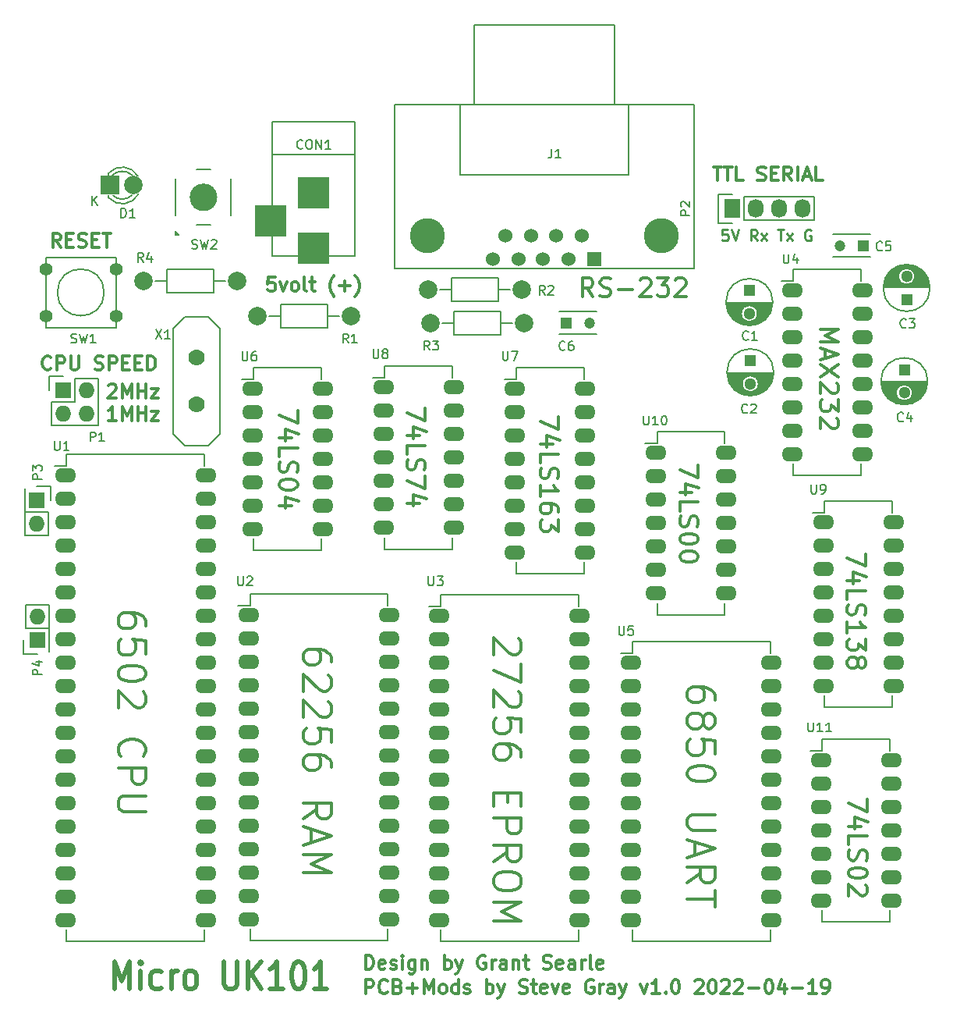
<source format=gbr>
%TF.GenerationSoftware,KiCad,Pcbnew,(6.0.2)*%
%TF.CreationDate,2022-04-25T16:03:39-04:00*%
%TF.ProjectId,MicroUK101,4d696372-6f55-44b3-9130-312e6b696361,rev?*%
%TF.SameCoordinates,Original*%
%TF.FileFunction,Legend,Top*%
%TF.FilePolarity,Positive*%
%FSLAX46Y46*%
G04 Gerber Fmt 4.6, Leading zero omitted, Abs format (unit mm)*
G04 Created by KiCad (PCBNEW (6.0.2)) date 2022-04-25 16:03:39*
%MOMM*%
%LPD*%
G01*
G04 APERTURE LIST*
%ADD10C,0.500000*%
%ADD11C,0.300000*%
%ADD12C,0.250000*%
%ADD13C,0.150000*%
%ADD14C,0.100000*%
%ADD15C,1.414214*%
%ADD16R,1.200000X1.200000*%
%ADD17C,1.200000*%
%ADD18R,3.500120X3.500120*%
%ADD19R,1.727200X1.727200*%
%ADD20O,1.727200X1.727200*%
%ADD21C,1.998980*%
%ADD22C,1.397000*%
%ADD23O,2.300000X1.600000*%
%ADD24C,1.778000*%
%ADD25R,2.000000X2.000000*%
%ADD26C,2.000000*%
%ADD27R,1.300000X1.300000*%
%ADD28C,1.300000*%
%ADD29R,1.727200X2.032000*%
%ADD30O,1.727200X2.032000*%
%ADD31C,3.810000*%
%ADD32R,1.524000X1.524000*%
%ADD33C,1.524000*%
G04 APERTURE END LIST*
D10*
X43172704Y-128103142D02*
X43172704Y-125103142D01*
X44006038Y-127246000D01*
X44839371Y-125103142D01*
X44839371Y-128103142D01*
X46029847Y-128103142D02*
X46029847Y-126103142D01*
X46029847Y-125103142D02*
X45910800Y-125246000D01*
X46029847Y-125388857D01*
X46148895Y-125246000D01*
X46029847Y-125103142D01*
X46029847Y-125388857D01*
X48291752Y-127960285D02*
X48053657Y-128103142D01*
X47577466Y-128103142D01*
X47339371Y-127960285D01*
X47220323Y-127817428D01*
X47101276Y-127531714D01*
X47101276Y-126674571D01*
X47220323Y-126388857D01*
X47339371Y-126246000D01*
X47577466Y-126103142D01*
X48053657Y-126103142D01*
X48291752Y-126246000D01*
X49363180Y-128103142D02*
X49363180Y-126103142D01*
X49363180Y-126674571D02*
X49482228Y-126388857D01*
X49601276Y-126246000D01*
X49839371Y-126103142D01*
X50077466Y-126103142D01*
X51267942Y-128103142D02*
X51029847Y-127960285D01*
X50910800Y-127817428D01*
X50791752Y-127531714D01*
X50791752Y-126674571D01*
X50910800Y-126388857D01*
X51029847Y-126246000D01*
X51267942Y-126103142D01*
X51625085Y-126103142D01*
X51863180Y-126246000D01*
X51982228Y-126388857D01*
X52101276Y-126674571D01*
X52101276Y-127531714D01*
X51982228Y-127817428D01*
X51863180Y-127960285D01*
X51625085Y-128103142D01*
X51267942Y-128103142D01*
X55077466Y-125103142D02*
X55077466Y-127531714D01*
X55196514Y-127817428D01*
X55315561Y-127960285D01*
X55553657Y-128103142D01*
X56029847Y-128103142D01*
X56267942Y-127960285D01*
X56386990Y-127817428D01*
X56506038Y-127531714D01*
X56506038Y-125103142D01*
X57696514Y-128103142D02*
X57696514Y-125103142D01*
X59125085Y-128103142D02*
X58053657Y-126388857D01*
X59125085Y-125103142D02*
X57696514Y-126817428D01*
X61506038Y-128103142D02*
X60077466Y-128103142D01*
X60791752Y-128103142D02*
X60791752Y-125103142D01*
X60553657Y-125531714D01*
X60315561Y-125817428D01*
X60077466Y-125960285D01*
X63053657Y-125103142D02*
X63291752Y-125103142D01*
X63529847Y-125246000D01*
X63648895Y-125388857D01*
X63767942Y-125674571D01*
X63886990Y-126246000D01*
X63886990Y-126960285D01*
X63767942Y-127531714D01*
X63648895Y-127817428D01*
X63529847Y-127960285D01*
X63291752Y-128103142D01*
X63053657Y-128103142D01*
X62815561Y-127960285D01*
X62696514Y-127817428D01*
X62577466Y-127531714D01*
X62458419Y-126960285D01*
X62458419Y-126246000D01*
X62577466Y-125674571D01*
X62696514Y-125388857D01*
X62815561Y-125246000D01*
X63053657Y-125103142D01*
X66267942Y-128103142D02*
X64839371Y-128103142D01*
X65553657Y-128103142D02*
X65553657Y-125103142D01*
X65315561Y-125531714D01*
X65077466Y-125817428D01*
X64839371Y-125960285D01*
D11*
X95139428Y-52974761D02*
X94472761Y-52022380D01*
X93996571Y-52974761D02*
X93996571Y-50974761D01*
X94758476Y-50974761D01*
X94948952Y-51070000D01*
X95044190Y-51165238D01*
X95139428Y-51355714D01*
X95139428Y-51641428D01*
X95044190Y-51831904D01*
X94948952Y-51927142D01*
X94758476Y-52022380D01*
X93996571Y-52022380D01*
X95901333Y-52879523D02*
X96187047Y-52974761D01*
X96663238Y-52974761D01*
X96853714Y-52879523D01*
X96948952Y-52784285D01*
X97044190Y-52593809D01*
X97044190Y-52403333D01*
X96948952Y-52212857D01*
X96853714Y-52117619D01*
X96663238Y-52022380D01*
X96282285Y-51927142D01*
X96091809Y-51831904D01*
X95996571Y-51736666D01*
X95901333Y-51546190D01*
X95901333Y-51355714D01*
X95996571Y-51165238D01*
X96091809Y-51070000D01*
X96282285Y-50974761D01*
X96758476Y-50974761D01*
X97044190Y-51070000D01*
X97901333Y-52212857D02*
X99425142Y-52212857D01*
X100282285Y-51165238D02*
X100377523Y-51070000D01*
X100568000Y-50974761D01*
X101044190Y-50974761D01*
X101234666Y-51070000D01*
X101329904Y-51165238D01*
X101425142Y-51355714D01*
X101425142Y-51546190D01*
X101329904Y-51831904D01*
X100187047Y-52974761D01*
X101425142Y-52974761D01*
X102091809Y-50974761D02*
X103329904Y-50974761D01*
X102663238Y-51736666D01*
X102948952Y-51736666D01*
X103139428Y-51831904D01*
X103234666Y-51927142D01*
X103329904Y-52117619D01*
X103329904Y-52593809D01*
X103234666Y-52784285D01*
X103139428Y-52879523D01*
X102948952Y-52974761D01*
X102377523Y-52974761D01*
X102187047Y-52879523D01*
X102091809Y-52784285D01*
X104091809Y-51165238D02*
X104187047Y-51070000D01*
X104377523Y-50974761D01*
X104853714Y-50974761D01*
X105044190Y-51070000D01*
X105139428Y-51165238D01*
X105234666Y-51355714D01*
X105234666Y-51546190D01*
X105139428Y-51831904D01*
X103996571Y-52974761D01*
X105234666Y-52974761D01*
X37343828Y-47617771D02*
X36843828Y-46903485D01*
X36486685Y-47617771D02*
X36486685Y-46117771D01*
X37058114Y-46117771D01*
X37200971Y-46189200D01*
X37272400Y-46260628D01*
X37343828Y-46403485D01*
X37343828Y-46617771D01*
X37272400Y-46760628D01*
X37200971Y-46832057D01*
X37058114Y-46903485D01*
X36486685Y-46903485D01*
X37986685Y-46832057D02*
X38486685Y-46832057D01*
X38700971Y-47617771D02*
X37986685Y-47617771D01*
X37986685Y-46117771D01*
X38700971Y-46117771D01*
X39272400Y-47546342D02*
X39486685Y-47617771D01*
X39843828Y-47617771D01*
X39986685Y-47546342D01*
X40058114Y-47474914D01*
X40129542Y-47332057D01*
X40129542Y-47189200D01*
X40058114Y-47046342D01*
X39986685Y-46974914D01*
X39843828Y-46903485D01*
X39558114Y-46832057D01*
X39415257Y-46760628D01*
X39343828Y-46689200D01*
X39272400Y-46546342D01*
X39272400Y-46403485D01*
X39343828Y-46260628D01*
X39415257Y-46189200D01*
X39558114Y-46117771D01*
X39915257Y-46117771D01*
X40129542Y-46189200D01*
X40772400Y-46832057D02*
X41272400Y-46832057D01*
X41486685Y-47617771D02*
X40772400Y-47617771D01*
X40772400Y-46117771D01*
X41486685Y-46117771D01*
X41915257Y-46117771D02*
X42772400Y-46117771D01*
X42343828Y-47617771D02*
X42343828Y-46117771D01*
X106556038Y-71269885D02*
X106556038Y-72603219D01*
X104556038Y-71746076D01*
X105889371Y-74222266D02*
X104556038Y-74222266D01*
X106651276Y-73746076D02*
X105222704Y-73269885D01*
X105222704Y-74507980D01*
X104556038Y-76222266D02*
X104556038Y-75269885D01*
X106556038Y-75269885D01*
X104651276Y-76793695D02*
X104556038Y-77079409D01*
X104556038Y-77555600D01*
X104651276Y-77746076D01*
X104746514Y-77841314D01*
X104936990Y-77936552D01*
X105127466Y-77936552D01*
X105317942Y-77841314D01*
X105413180Y-77746076D01*
X105508419Y-77555600D01*
X105603657Y-77174647D01*
X105698895Y-76984171D01*
X105794133Y-76888933D01*
X105984609Y-76793695D01*
X106175085Y-76793695D01*
X106365561Y-76888933D01*
X106460800Y-76984171D01*
X106556038Y-77174647D01*
X106556038Y-77650838D01*
X106460800Y-77936552D01*
X106556038Y-79174647D02*
X106556038Y-79365123D01*
X106460800Y-79555600D01*
X106365561Y-79650838D01*
X106175085Y-79746076D01*
X105794133Y-79841314D01*
X105317942Y-79841314D01*
X104936990Y-79746076D01*
X104746514Y-79650838D01*
X104651276Y-79555600D01*
X104556038Y-79365123D01*
X104556038Y-79174647D01*
X104651276Y-78984171D01*
X104746514Y-78888933D01*
X104936990Y-78793695D01*
X105317942Y-78698457D01*
X105794133Y-78698457D01*
X106175085Y-78793695D01*
X106365561Y-78888933D01*
X106460800Y-78984171D01*
X106556038Y-79174647D01*
X106556038Y-81079409D02*
X106556038Y-81269885D01*
X106460800Y-81460361D01*
X106365561Y-81555600D01*
X106175085Y-81650838D01*
X105794133Y-81746076D01*
X105317942Y-81746076D01*
X104936990Y-81650838D01*
X104746514Y-81555600D01*
X104651276Y-81460361D01*
X104556038Y-81269885D01*
X104556038Y-81079409D01*
X104651276Y-80888933D01*
X104746514Y-80793695D01*
X104936990Y-80698457D01*
X105317942Y-80603219D01*
X105794133Y-80603219D01*
X106175085Y-80698457D01*
X106365561Y-80793695D01*
X106460800Y-80888933D01*
X106556038Y-81079409D01*
X108373657Y-96729257D02*
X108373657Y-96157828D01*
X108230800Y-95872114D01*
X108087942Y-95729257D01*
X107659371Y-95443542D01*
X107087942Y-95300685D01*
X105945085Y-95300685D01*
X105659371Y-95443542D01*
X105516514Y-95586400D01*
X105373657Y-95872114D01*
X105373657Y-96443542D01*
X105516514Y-96729257D01*
X105659371Y-96872114D01*
X105945085Y-97014971D01*
X106659371Y-97014971D01*
X106945085Y-96872114D01*
X107087942Y-96729257D01*
X107230800Y-96443542D01*
X107230800Y-95872114D01*
X107087942Y-95586400D01*
X106945085Y-95443542D01*
X106659371Y-95300685D01*
X107087942Y-98729257D02*
X107230800Y-98443542D01*
X107373657Y-98300685D01*
X107659371Y-98157828D01*
X107802228Y-98157828D01*
X108087942Y-98300685D01*
X108230800Y-98443542D01*
X108373657Y-98729257D01*
X108373657Y-99300685D01*
X108230800Y-99586400D01*
X108087942Y-99729257D01*
X107802228Y-99872114D01*
X107659371Y-99872114D01*
X107373657Y-99729257D01*
X107230800Y-99586400D01*
X107087942Y-99300685D01*
X107087942Y-98729257D01*
X106945085Y-98443542D01*
X106802228Y-98300685D01*
X106516514Y-98157828D01*
X105945085Y-98157828D01*
X105659371Y-98300685D01*
X105516514Y-98443542D01*
X105373657Y-98729257D01*
X105373657Y-99300685D01*
X105516514Y-99586400D01*
X105659371Y-99729257D01*
X105945085Y-99872114D01*
X106516514Y-99872114D01*
X106802228Y-99729257D01*
X106945085Y-99586400D01*
X107087942Y-99300685D01*
X108373657Y-102586400D02*
X108373657Y-101157828D01*
X106945085Y-101014971D01*
X107087942Y-101157828D01*
X107230800Y-101443542D01*
X107230800Y-102157828D01*
X107087942Y-102443542D01*
X106945085Y-102586400D01*
X106659371Y-102729257D01*
X105945085Y-102729257D01*
X105659371Y-102586400D01*
X105516514Y-102443542D01*
X105373657Y-102157828D01*
X105373657Y-101443542D01*
X105516514Y-101157828D01*
X105659371Y-101014971D01*
X108373657Y-104586400D02*
X108373657Y-104872114D01*
X108230800Y-105157828D01*
X108087942Y-105300685D01*
X107802228Y-105443542D01*
X107230800Y-105586400D01*
X106516514Y-105586400D01*
X105945085Y-105443542D01*
X105659371Y-105300685D01*
X105516514Y-105157828D01*
X105373657Y-104872114D01*
X105373657Y-104586400D01*
X105516514Y-104300685D01*
X105659371Y-104157828D01*
X105945085Y-104014971D01*
X106516514Y-103872114D01*
X107230800Y-103872114D01*
X107802228Y-104014971D01*
X108087942Y-104157828D01*
X108230800Y-104300685D01*
X108373657Y-104586400D01*
X108373657Y-109157828D02*
X105945085Y-109157828D01*
X105659371Y-109300685D01*
X105516514Y-109443542D01*
X105373657Y-109729257D01*
X105373657Y-110300685D01*
X105516514Y-110586400D01*
X105659371Y-110729257D01*
X105945085Y-110872114D01*
X108373657Y-110872114D01*
X106230800Y-112157828D02*
X106230800Y-113586400D01*
X105373657Y-111872114D02*
X108373657Y-112872114D01*
X105373657Y-113872114D01*
X105373657Y-116586400D02*
X106802228Y-115586400D01*
X105373657Y-114872114D02*
X108373657Y-114872114D01*
X108373657Y-116014971D01*
X108230800Y-116300685D01*
X108087942Y-116443542D01*
X107802228Y-116586400D01*
X107373657Y-116586400D01*
X107087942Y-116443542D01*
X106945085Y-116300685D01*
X106802228Y-116014971D01*
X106802228Y-114872114D01*
X108373657Y-117443542D02*
X108373657Y-119157828D01*
X105373657Y-118300685D02*
X108373657Y-118300685D01*
X70452942Y-128592971D02*
X70452942Y-127092971D01*
X71024371Y-127092971D01*
X71167228Y-127164400D01*
X71238657Y-127235828D01*
X71310085Y-127378685D01*
X71310085Y-127592971D01*
X71238657Y-127735828D01*
X71167228Y-127807257D01*
X71024371Y-127878685D01*
X70452942Y-127878685D01*
X72810085Y-128450114D02*
X72738657Y-128521542D01*
X72524371Y-128592971D01*
X72381514Y-128592971D01*
X72167228Y-128521542D01*
X72024371Y-128378685D01*
X71952942Y-128235828D01*
X71881514Y-127950114D01*
X71881514Y-127735828D01*
X71952942Y-127450114D01*
X72024371Y-127307257D01*
X72167228Y-127164400D01*
X72381514Y-127092971D01*
X72524371Y-127092971D01*
X72738657Y-127164400D01*
X72810085Y-127235828D01*
X73952942Y-127807257D02*
X74167228Y-127878685D01*
X74238657Y-127950114D01*
X74310085Y-128092971D01*
X74310085Y-128307257D01*
X74238657Y-128450114D01*
X74167228Y-128521542D01*
X74024371Y-128592971D01*
X73452942Y-128592971D01*
X73452942Y-127092971D01*
X73952942Y-127092971D01*
X74095800Y-127164400D01*
X74167228Y-127235828D01*
X74238657Y-127378685D01*
X74238657Y-127521542D01*
X74167228Y-127664400D01*
X74095800Y-127735828D01*
X73952942Y-127807257D01*
X73452942Y-127807257D01*
X74952942Y-128021542D02*
X76095800Y-128021542D01*
X75524371Y-128592971D02*
X75524371Y-127450114D01*
X76810085Y-128592971D02*
X76810085Y-127092971D01*
X77310085Y-128164400D01*
X77810085Y-127092971D01*
X77810085Y-128592971D01*
X78738657Y-128592971D02*
X78595800Y-128521542D01*
X78524371Y-128450114D01*
X78452942Y-128307257D01*
X78452942Y-127878685D01*
X78524371Y-127735828D01*
X78595800Y-127664400D01*
X78738657Y-127592971D01*
X78952942Y-127592971D01*
X79095800Y-127664400D01*
X79167228Y-127735828D01*
X79238657Y-127878685D01*
X79238657Y-128307257D01*
X79167228Y-128450114D01*
X79095800Y-128521542D01*
X78952942Y-128592971D01*
X78738657Y-128592971D01*
X80524371Y-128592971D02*
X80524371Y-127092971D01*
X80524371Y-128521542D02*
X80381514Y-128592971D01*
X80095800Y-128592971D01*
X79952942Y-128521542D01*
X79881514Y-128450114D01*
X79810085Y-128307257D01*
X79810085Y-127878685D01*
X79881514Y-127735828D01*
X79952942Y-127664400D01*
X80095800Y-127592971D01*
X80381514Y-127592971D01*
X80524371Y-127664400D01*
X81167228Y-128521542D02*
X81310085Y-128592971D01*
X81595800Y-128592971D01*
X81738657Y-128521542D01*
X81810085Y-128378685D01*
X81810085Y-128307257D01*
X81738657Y-128164400D01*
X81595800Y-128092971D01*
X81381514Y-128092971D01*
X81238657Y-128021542D01*
X81167228Y-127878685D01*
X81167228Y-127807257D01*
X81238657Y-127664400D01*
X81381514Y-127592971D01*
X81595800Y-127592971D01*
X81738657Y-127664400D01*
X83595800Y-128592971D02*
X83595800Y-127092971D01*
X83595800Y-127664400D02*
X83738657Y-127592971D01*
X84024371Y-127592971D01*
X84167228Y-127664400D01*
X84238657Y-127735828D01*
X84310085Y-127878685D01*
X84310085Y-128307257D01*
X84238657Y-128450114D01*
X84167228Y-128521542D01*
X84024371Y-128592971D01*
X83738657Y-128592971D01*
X83595800Y-128521542D01*
X84810085Y-127592971D02*
X85167228Y-128592971D01*
X85524371Y-127592971D02*
X85167228Y-128592971D01*
X85024371Y-128950114D01*
X84952942Y-129021542D01*
X84810085Y-129092971D01*
X87167228Y-128521542D02*
X87381514Y-128592971D01*
X87738657Y-128592971D01*
X87881514Y-128521542D01*
X87952942Y-128450114D01*
X88024371Y-128307257D01*
X88024371Y-128164400D01*
X87952942Y-128021542D01*
X87881514Y-127950114D01*
X87738657Y-127878685D01*
X87452942Y-127807257D01*
X87310085Y-127735828D01*
X87238657Y-127664400D01*
X87167228Y-127521542D01*
X87167228Y-127378685D01*
X87238657Y-127235828D01*
X87310085Y-127164400D01*
X87452942Y-127092971D01*
X87810085Y-127092971D01*
X88024371Y-127164400D01*
X88452942Y-127592971D02*
X89024371Y-127592971D01*
X88667228Y-127092971D02*
X88667228Y-128378685D01*
X88738657Y-128521542D01*
X88881514Y-128592971D01*
X89024371Y-128592971D01*
X90095800Y-128521542D02*
X89952942Y-128592971D01*
X89667228Y-128592971D01*
X89524371Y-128521542D01*
X89452942Y-128378685D01*
X89452942Y-127807257D01*
X89524371Y-127664400D01*
X89667228Y-127592971D01*
X89952942Y-127592971D01*
X90095800Y-127664400D01*
X90167228Y-127807257D01*
X90167228Y-127950114D01*
X89452942Y-128092971D01*
X90667228Y-127592971D02*
X91024371Y-128592971D01*
X91381514Y-127592971D01*
X92524371Y-128521542D02*
X92381514Y-128592971D01*
X92095800Y-128592971D01*
X91952942Y-128521542D01*
X91881514Y-128378685D01*
X91881514Y-127807257D01*
X91952942Y-127664400D01*
X92095800Y-127592971D01*
X92381514Y-127592971D01*
X92524371Y-127664400D01*
X92595800Y-127807257D01*
X92595800Y-127950114D01*
X91881514Y-128092971D01*
X95167228Y-127164400D02*
X95024371Y-127092971D01*
X94810085Y-127092971D01*
X94595800Y-127164400D01*
X94452942Y-127307257D01*
X94381514Y-127450114D01*
X94310085Y-127735828D01*
X94310085Y-127950114D01*
X94381514Y-128235828D01*
X94452942Y-128378685D01*
X94595800Y-128521542D01*
X94810085Y-128592971D01*
X94952942Y-128592971D01*
X95167228Y-128521542D01*
X95238657Y-128450114D01*
X95238657Y-127950114D01*
X94952942Y-127950114D01*
X95881514Y-128592971D02*
X95881514Y-127592971D01*
X95881514Y-127878685D02*
X95952942Y-127735828D01*
X96024371Y-127664400D01*
X96167228Y-127592971D01*
X96310085Y-127592971D01*
X97452942Y-128592971D02*
X97452942Y-127807257D01*
X97381514Y-127664400D01*
X97238657Y-127592971D01*
X96952942Y-127592971D01*
X96810085Y-127664400D01*
X97452942Y-128521542D02*
X97310085Y-128592971D01*
X96952942Y-128592971D01*
X96810085Y-128521542D01*
X96738657Y-128378685D01*
X96738657Y-128235828D01*
X96810085Y-128092971D01*
X96952942Y-128021542D01*
X97310085Y-128021542D01*
X97452942Y-127950114D01*
X98024371Y-127592971D02*
X98381514Y-128592971D01*
X98738657Y-127592971D02*
X98381514Y-128592971D01*
X98238657Y-128950114D01*
X98167228Y-129021542D01*
X98024371Y-129092971D01*
X100310085Y-127592971D02*
X100667228Y-128592971D01*
X101024371Y-127592971D01*
X102381514Y-128592971D02*
X101524371Y-128592971D01*
X101952942Y-128592971D02*
X101952942Y-127092971D01*
X101810085Y-127307257D01*
X101667228Y-127450114D01*
X101524371Y-127521542D01*
X103024371Y-128450114D02*
X103095800Y-128521542D01*
X103024371Y-128592971D01*
X102952942Y-128521542D01*
X103024371Y-128450114D01*
X103024371Y-128592971D01*
X104024371Y-127092971D02*
X104167228Y-127092971D01*
X104310085Y-127164400D01*
X104381514Y-127235828D01*
X104452942Y-127378685D01*
X104524371Y-127664400D01*
X104524371Y-128021542D01*
X104452942Y-128307257D01*
X104381514Y-128450114D01*
X104310085Y-128521542D01*
X104167228Y-128592971D01*
X104024371Y-128592971D01*
X103881514Y-128521542D01*
X103810085Y-128450114D01*
X103738657Y-128307257D01*
X103667228Y-128021542D01*
X103667228Y-127664400D01*
X103738657Y-127378685D01*
X103810085Y-127235828D01*
X103881514Y-127164400D01*
X104024371Y-127092971D01*
X106238657Y-127235828D02*
X106310085Y-127164400D01*
X106452942Y-127092971D01*
X106810085Y-127092971D01*
X106952942Y-127164400D01*
X107024371Y-127235828D01*
X107095800Y-127378685D01*
X107095800Y-127521542D01*
X107024371Y-127735828D01*
X106167228Y-128592971D01*
X107095800Y-128592971D01*
X108024371Y-127092971D02*
X108167228Y-127092971D01*
X108310085Y-127164400D01*
X108381514Y-127235828D01*
X108452942Y-127378685D01*
X108524371Y-127664400D01*
X108524371Y-128021542D01*
X108452942Y-128307257D01*
X108381514Y-128450114D01*
X108310085Y-128521542D01*
X108167228Y-128592971D01*
X108024371Y-128592971D01*
X107881514Y-128521542D01*
X107810085Y-128450114D01*
X107738657Y-128307257D01*
X107667228Y-128021542D01*
X107667228Y-127664400D01*
X107738657Y-127378685D01*
X107810085Y-127235828D01*
X107881514Y-127164400D01*
X108024371Y-127092971D01*
X109095799Y-127235828D02*
X109167228Y-127164400D01*
X109310085Y-127092971D01*
X109667228Y-127092971D01*
X109810085Y-127164400D01*
X109881514Y-127235828D01*
X109952942Y-127378685D01*
X109952942Y-127521542D01*
X109881514Y-127735828D01*
X109024371Y-128592971D01*
X109952942Y-128592971D01*
X110524371Y-127235828D02*
X110595799Y-127164400D01*
X110738657Y-127092971D01*
X111095799Y-127092971D01*
X111238657Y-127164400D01*
X111310085Y-127235828D01*
X111381514Y-127378685D01*
X111381514Y-127521542D01*
X111310085Y-127735828D01*
X110452942Y-128592971D01*
X111381514Y-128592971D01*
X112024371Y-128021542D02*
X113167228Y-128021542D01*
X114167228Y-127092971D02*
X114310085Y-127092971D01*
X114452942Y-127164400D01*
X114524371Y-127235828D01*
X114595799Y-127378685D01*
X114667228Y-127664400D01*
X114667228Y-128021542D01*
X114595799Y-128307257D01*
X114524371Y-128450114D01*
X114452942Y-128521542D01*
X114310085Y-128592971D01*
X114167228Y-128592971D01*
X114024371Y-128521542D01*
X113952942Y-128450114D01*
X113881514Y-128307257D01*
X113810085Y-128021542D01*
X113810085Y-127664400D01*
X113881514Y-127378685D01*
X113952942Y-127235828D01*
X114024371Y-127164400D01*
X114167228Y-127092971D01*
X115952942Y-127592971D02*
X115952942Y-128592971D01*
X115595799Y-127021542D02*
X115238657Y-128092971D01*
X116167228Y-128092971D01*
X116738657Y-128021542D02*
X117881514Y-128021542D01*
X119381514Y-128592971D02*
X118524371Y-128592971D01*
X118952942Y-128592971D02*
X118952942Y-127092971D01*
X118810085Y-127307257D01*
X118667228Y-127450114D01*
X118524371Y-127521542D01*
X120095799Y-128592971D02*
X120381514Y-128592971D01*
X120524371Y-128521542D01*
X120595799Y-128450114D01*
X120738657Y-128235828D01*
X120810085Y-127950114D01*
X120810085Y-127378685D01*
X120738657Y-127235828D01*
X120667228Y-127164400D01*
X120524371Y-127092971D01*
X120238657Y-127092971D01*
X120095799Y-127164400D01*
X120024371Y-127235828D01*
X119952942Y-127378685D01*
X119952942Y-127735828D01*
X120024371Y-127878685D01*
X120095799Y-127950114D01*
X120238657Y-128021542D01*
X120524371Y-128021542D01*
X120667228Y-127950114D01*
X120738657Y-127878685D01*
X120810085Y-127735828D01*
X108219028Y-38904171D02*
X109076171Y-38904171D01*
X108647600Y-40404171D02*
X108647600Y-38904171D01*
X109361885Y-38904171D02*
X110219028Y-38904171D01*
X109790457Y-40404171D02*
X109790457Y-38904171D01*
X111433314Y-40404171D02*
X110719028Y-40404171D01*
X110719028Y-38904171D01*
X113004742Y-40332742D02*
X113219028Y-40404171D01*
X113576171Y-40404171D01*
X113719028Y-40332742D01*
X113790457Y-40261314D01*
X113861885Y-40118457D01*
X113861885Y-39975600D01*
X113790457Y-39832742D01*
X113719028Y-39761314D01*
X113576171Y-39689885D01*
X113290457Y-39618457D01*
X113147600Y-39547028D01*
X113076171Y-39475600D01*
X113004742Y-39332742D01*
X113004742Y-39189885D01*
X113076171Y-39047028D01*
X113147600Y-38975600D01*
X113290457Y-38904171D01*
X113647600Y-38904171D01*
X113861885Y-38975600D01*
X114504742Y-39618457D02*
X115004742Y-39618457D01*
X115219028Y-40404171D02*
X114504742Y-40404171D01*
X114504742Y-38904171D01*
X115219028Y-38904171D01*
X116719028Y-40404171D02*
X116219028Y-39689885D01*
X115861885Y-40404171D02*
X115861885Y-38904171D01*
X116433314Y-38904171D01*
X116576171Y-38975600D01*
X116647600Y-39047028D01*
X116719028Y-39189885D01*
X116719028Y-39404171D01*
X116647600Y-39547028D01*
X116576171Y-39618457D01*
X116433314Y-39689885D01*
X115861885Y-39689885D01*
X117361885Y-40404171D02*
X117361885Y-38904171D01*
X118004742Y-39975600D02*
X118719028Y-39975600D01*
X117861885Y-40404171D02*
X118361885Y-38904171D01*
X118861885Y-40404171D01*
X120076171Y-40404171D02*
X119361885Y-40404171D01*
X119361885Y-38904171D01*
D12*
X109766628Y-45723257D02*
X109195200Y-45723257D01*
X109138057Y-46294685D01*
X109195200Y-46237542D01*
X109309485Y-46180400D01*
X109595200Y-46180400D01*
X109709485Y-46237542D01*
X109766628Y-46294685D01*
X109823771Y-46408971D01*
X109823771Y-46694685D01*
X109766628Y-46808971D01*
X109709485Y-46866114D01*
X109595200Y-46923257D01*
X109309485Y-46923257D01*
X109195200Y-46866114D01*
X109138057Y-46808971D01*
X110166628Y-45723257D02*
X110566628Y-46923257D01*
X110966628Y-45723257D01*
X112966628Y-46923257D02*
X112566628Y-46351828D01*
X112280914Y-46923257D02*
X112280914Y-45723257D01*
X112738057Y-45723257D01*
X112852342Y-45780400D01*
X112909485Y-45837542D01*
X112966628Y-45951828D01*
X112966628Y-46123257D01*
X112909485Y-46237542D01*
X112852342Y-46294685D01*
X112738057Y-46351828D01*
X112280914Y-46351828D01*
X113366628Y-46923257D02*
X113995200Y-46123257D01*
X113366628Y-46123257D02*
X113995200Y-46923257D01*
X115195200Y-45723257D02*
X115880914Y-45723257D01*
X115538057Y-46923257D02*
X115538057Y-45723257D01*
X116166628Y-46923257D02*
X116795200Y-46123257D01*
X116166628Y-46123257D02*
X116795200Y-46923257D01*
X118795200Y-45780400D02*
X118680914Y-45723257D01*
X118509485Y-45723257D01*
X118338057Y-45780400D01*
X118223771Y-45894685D01*
X118166628Y-46008971D01*
X118109485Y-46237542D01*
X118109485Y-46408971D01*
X118166628Y-46637542D01*
X118223771Y-46751828D01*
X118338057Y-46866114D01*
X118509485Y-46923257D01*
X118623771Y-46923257D01*
X118795200Y-46866114D01*
X118852342Y-46808971D01*
X118852342Y-46408971D01*
X118623771Y-46408971D01*
D11*
X87056742Y-90103657D02*
X87199600Y-90246514D01*
X87342457Y-90532228D01*
X87342457Y-91246514D01*
X87199600Y-91532228D01*
X87056742Y-91675085D01*
X86771028Y-91817942D01*
X86485314Y-91817942D01*
X86056742Y-91675085D01*
X84342457Y-89960800D01*
X84342457Y-91817942D01*
X87342457Y-92817942D02*
X87342457Y-94817942D01*
X84342457Y-93532228D01*
X87056742Y-95817942D02*
X87199600Y-95960800D01*
X87342457Y-96246514D01*
X87342457Y-96960800D01*
X87199600Y-97246514D01*
X87056742Y-97389371D01*
X86771028Y-97532228D01*
X86485314Y-97532228D01*
X86056742Y-97389371D01*
X84342457Y-95675085D01*
X84342457Y-97532228D01*
X87342457Y-100246514D02*
X87342457Y-98817942D01*
X85913885Y-98675085D01*
X86056742Y-98817942D01*
X86199600Y-99103657D01*
X86199600Y-99817942D01*
X86056742Y-100103657D01*
X85913885Y-100246514D01*
X85628171Y-100389371D01*
X84913885Y-100389371D01*
X84628171Y-100246514D01*
X84485314Y-100103657D01*
X84342457Y-99817942D01*
X84342457Y-99103657D01*
X84485314Y-98817942D01*
X84628171Y-98675085D01*
X87342457Y-102960800D02*
X87342457Y-102389371D01*
X87199600Y-102103657D01*
X87056742Y-101960800D01*
X86628171Y-101675085D01*
X86056742Y-101532228D01*
X84913885Y-101532228D01*
X84628171Y-101675085D01*
X84485314Y-101817942D01*
X84342457Y-102103657D01*
X84342457Y-102675085D01*
X84485314Y-102960800D01*
X84628171Y-103103657D01*
X84913885Y-103246514D01*
X85628171Y-103246514D01*
X85913885Y-103103657D01*
X86056742Y-102960800D01*
X86199600Y-102675085D01*
X86199600Y-102103657D01*
X86056742Y-101817942D01*
X85913885Y-101675085D01*
X85628171Y-101532228D01*
X85913885Y-106817942D02*
X85913885Y-107817942D01*
X84342457Y-108246514D02*
X84342457Y-106817942D01*
X87342457Y-106817942D01*
X87342457Y-108246514D01*
X84342457Y-109532228D02*
X87342457Y-109532228D01*
X87342457Y-110675085D01*
X87199600Y-110960800D01*
X87056742Y-111103657D01*
X86771028Y-111246514D01*
X86342457Y-111246514D01*
X86056742Y-111103657D01*
X85913885Y-110960800D01*
X85771028Y-110675085D01*
X85771028Y-109532228D01*
X84342457Y-114246514D02*
X85771028Y-113246514D01*
X84342457Y-112532228D02*
X87342457Y-112532228D01*
X87342457Y-113675085D01*
X87199600Y-113960800D01*
X87056742Y-114103657D01*
X86771028Y-114246514D01*
X86342457Y-114246514D01*
X86056742Y-114103657D01*
X85913885Y-113960800D01*
X85771028Y-113675085D01*
X85771028Y-112532228D01*
X87342457Y-116103657D02*
X87342457Y-116675085D01*
X87199600Y-116960800D01*
X86913885Y-117246514D01*
X86342457Y-117389371D01*
X85342457Y-117389371D01*
X84771028Y-117246514D01*
X84485314Y-116960800D01*
X84342457Y-116675085D01*
X84342457Y-116103657D01*
X84485314Y-115817942D01*
X84771028Y-115532228D01*
X85342457Y-115389371D01*
X86342457Y-115389371D01*
X86913885Y-115532228D01*
X87199600Y-115817942D01*
X87342457Y-116103657D01*
X84342457Y-118675085D02*
X87342457Y-118675085D01*
X85199600Y-119675085D01*
X87342457Y-120675085D01*
X84342457Y-120675085D01*
X124742438Y-80883904D02*
X124742438Y-82217238D01*
X122742438Y-81360095D01*
X124075771Y-83836285D02*
X122742438Y-83836285D01*
X124837676Y-83360095D02*
X123409104Y-82883904D01*
X123409104Y-84122000D01*
X122742438Y-85836285D02*
X122742438Y-84883904D01*
X124742438Y-84883904D01*
X122837676Y-86407714D02*
X122742438Y-86693428D01*
X122742438Y-87169619D01*
X122837676Y-87360095D01*
X122932914Y-87455333D01*
X123123390Y-87550571D01*
X123313866Y-87550571D01*
X123504342Y-87455333D01*
X123599580Y-87360095D01*
X123694819Y-87169619D01*
X123790057Y-86788666D01*
X123885295Y-86598190D01*
X123980533Y-86502952D01*
X124171009Y-86407714D01*
X124361485Y-86407714D01*
X124551961Y-86502952D01*
X124647200Y-86598190D01*
X124742438Y-86788666D01*
X124742438Y-87264857D01*
X124647200Y-87550571D01*
X122742438Y-89455333D02*
X122742438Y-88312476D01*
X122742438Y-88883904D02*
X124742438Y-88883904D01*
X124456723Y-88693428D01*
X124266247Y-88502952D01*
X124171009Y-88312476D01*
X124742438Y-90122000D02*
X124742438Y-91360095D01*
X123980533Y-90693428D01*
X123980533Y-90979142D01*
X123885295Y-91169619D01*
X123790057Y-91264857D01*
X123599580Y-91360095D01*
X123123390Y-91360095D01*
X122932914Y-91264857D01*
X122837676Y-91169619D01*
X122742438Y-90979142D01*
X122742438Y-90407714D01*
X122837676Y-90217238D01*
X122932914Y-90122000D01*
X123885295Y-92502952D02*
X123980533Y-92312476D01*
X124075771Y-92217238D01*
X124266247Y-92122000D01*
X124361485Y-92122000D01*
X124551961Y-92217238D01*
X124647200Y-92312476D01*
X124742438Y-92502952D01*
X124742438Y-92883904D01*
X124647200Y-93074380D01*
X124551961Y-93169619D01*
X124361485Y-93264857D01*
X124266247Y-93264857D01*
X124075771Y-93169619D01*
X123980533Y-93074380D01*
X123885295Y-92883904D01*
X123885295Y-92502952D01*
X123790057Y-92312476D01*
X123694819Y-92217238D01*
X123504342Y-92122000D01*
X123123390Y-92122000D01*
X122932914Y-92217238D01*
X122837676Y-92312476D01*
X122742438Y-92502952D01*
X122742438Y-92883904D01*
X122837676Y-93074380D01*
X122932914Y-93169619D01*
X123123390Y-93264857D01*
X123504342Y-93264857D01*
X123694819Y-93169619D01*
X123790057Y-93074380D01*
X123885295Y-92883904D01*
X36289314Y-60784514D02*
X36217885Y-60855942D01*
X36003600Y-60927371D01*
X35860742Y-60927371D01*
X35646457Y-60855942D01*
X35503600Y-60713085D01*
X35432171Y-60570228D01*
X35360742Y-60284514D01*
X35360742Y-60070228D01*
X35432171Y-59784514D01*
X35503600Y-59641657D01*
X35646457Y-59498800D01*
X35860742Y-59427371D01*
X36003600Y-59427371D01*
X36217885Y-59498800D01*
X36289314Y-59570228D01*
X36932171Y-60927371D02*
X36932171Y-59427371D01*
X37503600Y-59427371D01*
X37646457Y-59498800D01*
X37717885Y-59570228D01*
X37789314Y-59713085D01*
X37789314Y-59927371D01*
X37717885Y-60070228D01*
X37646457Y-60141657D01*
X37503600Y-60213085D01*
X36932171Y-60213085D01*
X38432171Y-59427371D02*
X38432171Y-60641657D01*
X38503600Y-60784514D01*
X38575028Y-60855942D01*
X38717885Y-60927371D01*
X39003600Y-60927371D01*
X39146457Y-60855942D01*
X39217885Y-60784514D01*
X39289314Y-60641657D01*
X39289314Y-59427371D01*
X41075028Y-60855942D02*
X41289314Y-60927371D01*
X41646457Y-60927371D01*
X41789314Y-60855942D01*
X41860742Y-60784514D01*
X41932171Y-60641657D01*
X41932171Y-60498800D01*
X41860742Y-60355942D01*
X41789314Y-60284514D01*
X41646457Y-60213085D01*
X41360742Y-60141657D01*
X41217885Y-60070228D01*
X41146457Y-59998800D01*
X41075028Y-59855942D01*
X41075028Y-59713085D01*
X41146457Y-59570228D01*
X41217885Y-59498800D01*
X41360742Y-59427371D01*
X41717885Y-59427371D01*
X41932171Y-59498800D01*
X42575028Y-60927371D02*
X42575028Y-59427371D01*
X43146457Y-59427371D01*
X43289314Y-59498800D01*
X43360742Y-59570228D01*
X43432171Y-59713085D01*
X43432171Y-59927371D01*
X43360742Y-60070228D01*
X43289314Y-60141657D01*
X43146457Y-60213085D01*
X42575028Y-60213085D01*
X44075028Y-60141657D02*
X44575028Y-60141657D01*
X44789314Y-60927371D02*
X44075028Y-60927371D01*
X44075028Y-59427371D01*
X44789314Y-59427371D01*
X45432171Y-60141657D02*
X45932171Y-60141657D01*
X46146457Y-60927371D02*
X45432171Y-60927371D01*
X45432171Y-59427371D01*
X46146457Y-59427371D01*
X46789314Y-60927371D02*
X46789314Y-59427371D01*
X47146457Y-59427371D01*
X47360742Y-59498800D01*
X47503600Y-59641657D01*
X47575028Y-59784514D01*
X47646457Y-60070228D01*
X47646457Y-60284514D01*
X47575028Y-60570228D01*
X47503600Y-60713085D01*
X47360742Y-60855942D01*
X47146457Y-60927371D01*
X46789314Y-60927371D01*
X46600857Y-88717028D02*
X46600857Y-88145600D01*
X46458000Y-87859885D01*
X46315142Y-87717028D01*
X45886571Y-87431314D01*
X45315142Y-87288457D01*
X44172285Y-87288457D01*
X43886571Y-87431314D01*
X43743714Y-87574171D01*
X43600857Y-87859885D01*
X43600857Y-88431314D01*
X43743714Y-88717028D01*
X43886571Y-88859885D01*
X44172285Y-89002742D01*
X44886571Y-89002742D01*
X45172285Y-88859885D01*
X45315142Y-88717028D01*
X45458000Y-88431314D01*
X45458000Y-87859885D01*
X45315142Y-87574171D01*
X45172285Y-87431314D01*
X44886571Y-87288457D01*
X46600857Y-91717028D02*
X46600857Y-90288457D01*
X45172285Y-90145600D01*
X45315142Y-90288457D01*
X45458000Y-90574171D01*
X45458000Y-91288457D01*
X45315142Y-91574171D01*
X45172285Y-91717028D01*
X44886571Y-91859885D01*
X44172285Y-91859885D01*
X43886571Y-91717028D01*
X43743714Y-91574171D01*
X43600857Y-91288457D01*
X43600857Y-90574171D01*
X43743714Y-90288457D01*
X43886571Y-90145600D01*
X46600857Y-93717028D02*
X46600857Y-94002742D01*
X46458000Y-94288457D01*
X46315142Y-94431314D01*
X46029428Y-94574171D01*
X45458000Y-94717028D01*
X44743714Y-94717028D01*
X44172285Y-94574171D01*
X43886571Y-94431314D01*
X43743714Y-94288457D01*
X43600857Y-94002742D01*
X43600857Y-93717028D01*
X43743714Y-93431314D01*
X43886571Y-93288457D01*
X44172285Y-93145600D01*
X44743714Y-93002742D01*
X45458000Y-93002742D01*
X46029428Y-93145600D01*
X46315142Y-93288457D01*
X46458000Y-93431314D01*
X46600857Y-93717028D01*
X46315142Y-95859885D02*
X46458000Y-96002742D01*
X46600857Y-96288457D01*
X46600857Y-97002742D01*
X46458000Y-97288457D01*
X46315142Y-97431314D01*
X46029428Y-97574171D01*
X45743714Y-97574171D01*
X45315142Y-97431314D01*
X43600857Y-95717028D01*
X43600857Y-97574171D01*
X43886571Y-102859885D02*
X43743714Y-102717028D01*
X43600857Y-102288457D01*
X43600857Y-102002742D01*
X43743714Y-101574171D01*
X44029428Y-101288457D01*
X44315142Y-101145600D01*
X44886571Y-101002742D01*
X45315142Y-101002742D01*
X45886571Y-101145600D01*
X46172285Y-101288457D01*
X46458000Y-101574171D01*
X46600857Y-102002742D01*
X46600857Y-102288457D01*
X46458000Y-102717028D01*
X46315142Y-102859885D01*
X43600857Y-104145600D02*
X46600857Y-104145600D01*
X46600857Y-105288457D01*
X46458000Y-105574171D01*
X46315142Y-105717028D01*
X46029428Y-105859885D01*
X45600857Y-105859885D01*
X45315142Y-105717028D01*
X45172285Y-105574171D01*
X45029428Y-105288457D01*
X45029428Y-104145600D01*
X46600857Y-107145600D02*
X44172285Y-107145600D01*
X43886571Y-107288457D01*
X43743714Y-107431314D01*
X43600857Y-107717028D01*
X43600857Y-108288457D01*
X43743714Y-108574171D01*
X43886571Y-108717028D01*
X44172285Y-108859885D01*
X46600857Y-108859885D01*
X119796038Y-56541066D02*
X121796038Y-56541066D01*
X120367466Y-57207733D01*
X121796038Y-57874400D01*
X119796038Y-57874400D01*
X120367466Y-58731542D02*
X120367466Y-59683923D01*
X119796038Y-58541066D02*
X121796038Y-59207733D01*
X119796038Y-59874400D01*
X121796038Y-60350590D02*
X119796038Y-61683923D01*
X121796038Y-61683923D02*
X119796038Y-60350590D01*
X121605561Y-62350590D02*
X121700800Y-62445828D01*
X121796038Y-62636304D01*
X121796038Y-63112495D01*
X121700800Y-63302971D01*
X121605561Y-63398209D01*
X121415085Y-63493447D01*
X121224609Y-63493447D01*
X120938895Y-63398209D01*
X119796038Y-62255352D01*
X119796038Y-63493447D01*
X121796038Y-64160114D02*
X121796038Y-65398209D01*
X121034133Y-64731542D01*
X121034133Y-65017257D01*
X120938895Y-65207733D01*
X120843657Y-65302971D01*
X120653180Y-65398209D01*
X120176990Y-65398209D01*
X119986514Y-65302971D01*
X119891276Y-65207733D01*
X119796038Y-65017257D01*
X119796038Y-64445828D01*
X119891276Y-64255352D01*
X119986514Y-64160114D01*
X121605561Y-66160114D02*
X121700800Y-66255352D01*
X121796038Y-66445828D01*
X121796038Y-66922019D01*
X121700800Y-67112495D01*
X121605561Y-67207733D01*
X121415085Y-67302971D01*
X121224609Y-67302971D01*
X120938895Y-67207733D01*
X119796038Y-66064876D01*
X119796038Y-67302971D01*
X63071238Y-65377085D02*
X63071238Y-66710419D01*
X61071238Y-65853276D01*
X62404571Y-68329466D02*
X61071238Y-68329466D01*
X63166476Y-67853276D02*
X61737904Y-67377085D01*
X61737904Y-68615180D01*
X61071238Y-70329466D02*
X61071238Y-69377085D01*
X63071238Y-69377085D01*
X61166476Y-70900895D02*
X61071238Y-71186609D01*
X61071238Y-71662800D01*
X61166476Y-71853276D01*
X61261714Y-71948514D01*
X61452190Y-72043752D01*
X61642666Y-72043752D01*
X61833142Y-71948514D01*
X61928380Y-71853276D01*
X62023619Y-71662800D01*
X62118857Y-71281847D01*
X62214095Y-71091371D01*
X62309333Y-70996133D01*
X62499809Y-70900895D01*
X62690285Y-70900895D01*
X62880761Y-70996133D01*
X62976000Y-71091371D01*
X63071238Y-71281847D01*
X63071238Y-71758038D01*
X62976000Y-72043752D01*
X63071238Y-73281847D02*
X63071238Y-73472323D01*
X62976000Y-73662800D01*
X62880761Y-73758038D01*
X62690285Y-73853276D01*
X62309333Y-73948514D01*
X61833142Y-73948514D01*
X61452190Y-73853276D01*
X61261714Y-73758038D01*
X61166476Y-73662800D01*
X61071238Y-73472323D01*
X61071238Y-73281847D01*
X61166476Y-73091371D01*
X61261714Y-72996133D01*
X61452190Y-72900895D01*
X61833142Y-72805657D01*
X62309333Y-72805657D01*
X62690285Y-72900895D01*
X62880761Y-72996133D01*
X62976000Y-73091371D01*
X63071238Y-73281847D01*
X62404571Y-75662800D02*
X61071238Y-75662800D01*
X63166476Y-75186609D02*
X61737904Y-74710419D01*
X61737904Y-75948514D01*
X91417638Y-66050304D02*
X91417638Y-67383638D01*
X89417638Y-66526495D01*
X90750971Y-69002685D02*
X89417638Y-69002685D01*
X91512876Y-68526495D02*
X90084304Y-68050304D01*
X90084304Y-69288400D01*
X89417638Y-71002685D02*
X89417638Y-70050304D01*
X91417638Y-70050304D01*
X89512876Y-71574114D02*
X89417638Y-71859828D01*
X89417638Y-72336019D01*
X89512876Y-72526495D01*
X89608114Y-72621733D01*
X89798590Y-72716971D01*
X89989066Y-72716971D01*
X90179542Y-72621733D01*
X90274780Y-72526495D01*
X90370019Y-72336019D01*
X90465257Y-71955066D01*
X90560495Y-71764590D01*
X90655733Y-71669352D01*
X90846209Y-71574114D01*
X91036685Y-71574114D01*
X91227161Y-71669352D01*
X91322400Y-71764590D01*
X91417638Y-71955066D01*
X91417638Y-72431257D01*
X91322400Y-72716971D01*
X89417638Y-74621733D02*
X89417638Y-73478876D01*
X89417638Y-74050304D02*
X91417638Y-74050304D01*
X91131923Y-73859828D01*
X90941447Y-73669352D01*
X90846209Y-73478876D01*
X91417638Y-76336019D02*
X91417638Y-75955066D01*
X91322400Y-75764590D01*
X91227161Y-75669352D01*
X90941447Y-75478876D01*
X90560495Y-75383638D01*
X89798590Y-75383638D01*
X89608114Y-75478876D01*
X89512876Y-75574114D01*
X89417638Y-75764590D01*
X89417638Y-76145542D01*
X89512876Y-76336019D01*
X89608114Y-76431257D01*
X89798590Y-76526495D01*
X90274780Y-76526495D01*
X90465257Y-76431257D01*
X90560495Y-76336019D01*
X90655733Y-76145542D01*
X90655733Y-75764590D01*
X90560495Y-75574114D01*
X90465257Y-75478876D01*
X90274780Y-75383638D01*
X91417638Y-77193161D02*
X91417638Y-78431257D01*
X90655733Y-77764590D01*
X90655733Y-78050304D01*
X90560495Y-78240780D01*
X90465257Y-78336019D01*
X90274780Y-78431257D01*
X89798590Y-78431257D01*
X89608114Y-78336019D01*
X89512876Y-78240780D01*
X89417638Y-78050304D01*
X89417638Y-77478876D01*
X89512876Y-77288400D01*
X89608114Y-77193161D01*
X42533428Y-62629928D02*
X42604857Y-62558500D01*
X42747714Y-62487071D01*
X43104857Y-62487071D01*
X43247714Y-62558500D01*
X43319142Y-62629928D01*
X43390571Y-62772785D01*
X43390571Y-62915642D01*
X43319142Y-63129928D01*
X42462000Y-63987071D01*
X43390571Y-63987071D01*
X44033428Y-63987071D02*
X44033428Y-62487071D01*
X44533428Y-63558500D01*
X45033428Y-62487071D01*
X45033428Y-63987071D01*
X45747714Y-63987071D02*
X45747714Y-62487071D01*
X45747714Y-63201357D02*
X46604857Y-63201357D01*
X46604857Y-63987071D02*
X46604857Y-62487071D01*
X47176285Y-62987071D02*
X47962000Y-62987071D01*
X47176285Y-63987071D01*
X47962000Y-63987071D01*
X43390571Y-66402071D02*
X42533428Y-66402071D01*
X42962000Y-66402071D02*
X42962000Y-64902071D01*
X42819142Y-65116357D01*
X42676285Y-65259214D01*
X42533428Y-65330642D01*
X44033428Y-66402071D02*
X44033428Y-64902071D01*
X44533428Y-65973500D01*
X45033428Y-64902071D01*
X45033428Y-66402071D01*
X45747714Y-66402071D02*
X45747714Y-64902071D01*
X45747714Y-65616357D02*
X46604857Y-65616357D01*
X46604857Y-66402071D02*
X46604857Y-64902071D01*
X47176285Y-65402071D02*
X47962000Y-65402071D01*
X47176285Y-66402071D01*
X47962000Y-66402071D01*
X70452942Y-125951371D02*
X70452942Y-124451371D01*
X70810085Y-124451371D01*
X71024371Y-124522800D01*
X71167228Y-124665657D01*
X71238657Y-124808514D01*
X71310085Y-125094228D01*
X71310085Y-125308514D01*
X71238657Y-125594228D01*
X71167228Y-125737085D01*
X71024371Y-125879942D01*
X70810085Y-125951371D01*
X70452942Y-125951371D01*
X72524371Y-125879942D02*
X72381514Y-125951371D01*
X72095800Y-125951371D01*
X71952942Y-125879942D01*
X71881514Y-125737085D01*
X71881514Y-125165657D01*
X71952942Y-125022800D01*
X72095800Y-124951371D01*
X72381514Y-124951371D01*
X72524371Y-125022800D01*
X72595800Y-125165657D01*
X72595800Y-125308514D01*
X71881514Y-125451371D01*
X73167228Y-125879942D02*
X73310085Y-125951371D01*
X73595800Y-125951371D01*
X73738657Y-125879942D01*
X73810085Y-125737085D01*
X73810085Y-125665657D01*
X73738657Y-125522800D01*
X73595800Y-125451371D01*
X73381514Y-125451371D01*
X73238657Y-125379942D01*
X73167228Y-125237085D01*
X73167228Y-125165657D01*
X73238657Y-125022800D01*
X73381514Y-124951371D01*
X73595800Y-124951371D01*
X73738657Y-125022800D01*
X74452942Y-125951371D02*
X74452942Y-124951371D01*
X74452942Y-124451371D02*
X74381514Y-124522800D01*
X74452942Y-124594228D01*
X74524371Y-124522800D01*
X74452942Y-124451371D01*
X74452942Y-124594228D01*
X75810085Y-124951371D02*
X75810085Y-126165657D01*
X75738657Y-126308514D01*
X75667228Y-126379942D01*
X75524371Y-126451371D01*
X75310085Y-126451371D01*
X75167228Y-126379942D01*
X75810085Y-125879942D02*
X75667228Y-125951371D01*
X75381514Y-125951371D01*
X75238657Y-125879942D01*
X75167228Y-125808514D01*
X75095800Y-125665657D01*
X75095800Y-125237085D01*
X75167228Y-125094228D01*
X75238657Y-125022800D01*
X75381514Y-124951371D01*
X75667228Y-124951371D01*
X75810085Y-125022800D01*
X76524371Y-124951371D02*
X76524371Y-125951371D01*
X76524371Y-125094228D02*
X76595800Y-125022800D01*
X76738657Y-124951371D01*
X76952942Y-124951371D01*
X77095800Y-125022800D01*
X77167228Y-125165657D01*
X77167228Y-125951371D01*
X79024371Y-125951371D02*
X79024371Y-124451371D01*
X79024371Y-125022800D02*
X79167228Y-124951371D01*
X79452942Y-124951371D01*
X79595800Y-125022800D01*
X79667228Y-125094228D01*
X79738657Y-125237085D01*
X79738657Y-125665657D01*
X79667228Y-125808514D01*
X79595800Y-125879942D01*
X79452942Y-125951371D01*
X79167228Y-125951371D01*
X79024371Y-125879942D01*
X80238657Y-124951371D02*
X80595800Y-125951371D01*
X80952942Y-124951371D02*
X80595800Y-125951371D01*
X80452942Y-126308514D01*
X80381514Y-126379942D01*
X80238657Y-126451371D01*
X83452942Y-124522800D02*
X83310085Y-124451371D01*
X83095800Y-124451371D01*
X82881514Y-124522800D01*
X82738657Y-124665657D01*
X82667228Y-124808514D01*
X82595800Y-125094228D01*
X82595800Y-125308514D01*
X82667228Y-125594228D01*
X82738657Y-125737085D01*
X82881514Y-125879942D01*
X83095800Y-125951371D01*
X83238657Y-125951371D01*
X83452942Y-125879942D01*
X83524371Y-125808514D01*
X83524371Y-125308514D01*
X83238657Y-125308514D01*
X84167228Y-125951371D02*
X84167228Y-124951371D01*
X84167228Y-125237085D02*
X84238657Y-125094228D01*
X84310085Y-125022800D01*
X84452942Y-124951371D01*
X84595800Y-124951371D01*
X85738657Y-125951371D02*
X85738657Y-125165657D01*
X85667228Y-125022800D01*
X85524371Y-124951371D01*
X85238657Y-124951371D01*
X85095800Y-125022800D01*
X85738657Y-125879942D02*
X85595800Y-125951371D01*
X85238657Y-125951371D01*
X85095800Y-125879942D01*
X85024371Y-125737085D01*
X85024371Y-125594228D01*
X85095800Y-125451371D01*
X85238657Y-125379942D01*
X85595800Y-125379942D01*
X85738657Y-125308514D01*
X86452942Y-124951371D02*
X86452942Y-125951371D01*
X86452942Y-125094228D02*
X86524371Y-125022800D01*
X86667228Y-124951371D01*
X86881514Y-124951371D01*
X87024371Y-125022800D01*
X87095800Y-125165657D01*
X87095800Y-125951371D01*
X87595800Y-124951371D02*
X88167228Y-124951371D01*
X87810085Y-124451371D02*
X87810085Y-125737085D01*
X87881514Y-125879942D01*
X88024371Y-125951371D01*
X88167228Y-125951371D01*
X89738657Y-125879942D02*
X89952942Y-125951371D01*
X90310085Y-125951371D01*
X90452942Y-125879942D01*
X90524371Y-125808514D01*
X90595800Y-125665657D01*
X90595800Y-125522800D01*
X90524371Y-125379942D01*
X90452942Y-125308514D01*
X90310085Y-125237085D01*
X90024371Y-125165657D01*
X89881514Y-125094228D01*
X89810085Y-125022800D01*
X89738657Y-124879942D01*
X89738657Y-124737085D01*
X89810085Y-124594228D01*
X89881514Y-124522800D01*
X90024371Y-124451371D01*
X90381514Y-124451371D01*
X90595800Y-124522800D01*
X91810085Y-125879942D02*
X91667228Y-125951371D01*
X91381514Y-125951371D01*
X91238657Y-125879942D01*
X91167228Y-125737085D01*
X91167228Y-125165657D01*
X91238657Y-125022800D01*
X91381514Y-124951371D01*
X91667228Y-124951371D01*
X91810085Y-125022800D01*
X91881514Y-125165657D01*
X91881514Y-125308514D01*
X91167228Y-125451371D01*
X93167228Y-125951371D02*
X93167228Y-125165657D01*
X93095800Y-125022800D01*
X92952942Y-124951371D01*
X92667228Y-124951371D01*
X92524371Y-125022800D01*
X93167228Y-125879942D02*
X93024371Y-125951371D01*
X92667228Y-125951371D01*
X92524371Y-125879942D01*
X92452942Y-125737085D01*
X92452942Y-125594228D01*
X92524371Y-125451371D01*
X92667228Y-125379942D01*
X93024371Y-125379942D01*
X93167228Y-125308514D01*
X93881514Y-125951371D02*
X93881514Y-124951371D01*
X93881514Y-125237085D02*
X93952942Y-125094228D01*
X94024371Y-125022800D01*
X94167228Y-124951371D01*
X94310085Y-124951371D01*
X95024371Y-125951371D02*
X94881514Y-125879942D01*
X94810085Y-125737085D01*
X94810085Y-124451371D01*
X96167228Y-125879942D02*
X96024371Y-125951371D01*
X95738657Y-125951371D01*
X95595800Y-125879942D01*
X95524371Y-125737085D01*
X95524371Y-125165657D01*
X95595800Y-125022800D01*
X95738657Y-124951371D01*
X96024371Y-124951371D01*
X96167228Y-125022800D01*
X96238657Y-125165657D01*
X96238657Y-125308514D01*
X95524371Y-125451371D01*
X60606514Y-50892971D02*
X59892228Y-50892971D01*
X59820800Y-51607257D01*
X59892228Y-51535828D01*
X60035085Y-51464400D01*
X60392228Y-51464400D01*
X60535085Y-51535828D01*
X60606514Y-51607257D01*
X60677942Y-51750114D01*
X60677942Y-52107257D01*
X60606514Y-52250114D01*
X60535085Y-52321542D01*
X60392228Y-52392971D01*
X60035085Y-52392971D01*
X59892228Y-52321542D01*
X59820800Y-52250114D01*
X61177942Y-51392971D02*
X61535085Y-52392971D01*
X61892228Y-51392971D01*
X62677942Y-52392971D02*
X62535085Y-52321542D01*
X62463657Y-52250114D01*
X62392228Y-52107257D01*
X62392228Y-51678685D01*
X62463657Y-51535828D01*
X62535085Y-51464400D01*
X62677942Y-51392971D01*
X62892228Y-51392971D01*
X63035085Y-51464400D01*
X63106514Y-51535828D01*
X63177942Y-51678685D01*
X63177942Y-52107257D01*
X63106514Y-52250114D01*
X63035085Y-52321542D01*
X62892228Y-52392971D01*
X62677942Y-52392971D01*
X64035085Y-52392971D02*
X63892228Y-52321542D01*
X63820800Y-52178685D01*
X63820800Y-50892971D01*
X64392228Y-51392971D02*
X64963657Y-51392971D01*
X64606514Y-50892971D02*
X64606514Y-52178685D01*
X64677942Y-52321542D01*
X64820800Y-52392971D01*
X64963657Y-52392971D01*
X67035085Y-52964400D02*
X66963657Y-52892971D01*
X66820800Y-52678685D01*
X66749371Y-52535828D01*
X66677942Y-52321542D01*
X66606514Y-51964400D01*
X66606514Y-51678685D01*
X66677942Y-51321542D01*
X66749371Y-51107257D01*
X66820800Y-50964400D01*
X66963657Y-50750114D01*
X67035085Y-50678685D01*
X67606514Y-51821542D02*
X68749371Y-51821542D01*
X68177942Y-52392971D02*
X68177942Y-51250114D01*
X69320800Y-52964400D02*
X69392228Y-52892971D01*
X69535085Y-52678685D01*
X69606514Y-52535828D01*
X69677942Y-52321542D01*
X69749371Y-51964400D01*
X69749371Y-51678685D01*
X69677942Y-51321542D01*
X69606514Y-51107257D01*
X69535085Y-50964400D01*
X69392228Y-50750114D01*
X69320800Y-50678685D01*
X124894838Y-107490285D02*
X124894838Y-108823619D01*
X122894838Y-107966476D01*
X124228171Y-110442666D02*
X122894838Y-110442666D01*
X124990076Y-109966476D02*
X123561504Y-109490285D01*
X123561504Y-110728380D01*
X122894838Y-112442666D02*
X122894838Y-111490285D01*
X124894838Y-111490285D01*
X122990076Y-113014095D02*
X122894838Y-113299809D01*
X122894838Y-113776000D01*
X122990076Y-113966476D01*
X123085314Y-114061714D01*
X123275790Y-114156952D01*
X123466266Y-114156952D01*
X123656742Y-114061714D01*
X123751980Y-113966476D01*
X123847219Y-113776000D01*
X123942457Y-113395047D01*
X124037695Y-113204571D01*
X124132933Y-113109333D01*
X124323409Y-113014095D01*
X124513885Y-113014095D01*
X124704361Y-113109333D01*
X124799600Y-113204571D01*
X124894838Y-113395047D01*
X124894838Y-113871238D01*
X124799600Y-114156952D01*
X124894838Y-115395047D02*
X124894838Y-115585523D01*
X124799600Y-115776000D01*
X124704361Y-115871238D01*
X124513885Y-115966476D01*
X124132933Y-116061714D01*
X123656742Y-116061714D01*
X123275790Y-115966476D01*
X123085314Y-115871238D01*
X122990076Y-115776000D01*
X122894838Y-115585523D01*
X122894838Y-115395047D01*
X122990076Y-115204571D01*
X123085314Y-115109333D01*
X123275790Y-115014095D01*
X123656742Y-114918857D01*
X124132933Y-114918857D01*
X124513885Y-115014095D01*
X124704361Y-115109333D01*
X124799600Y-115204571D01*
X124894838Y-115395047D01*
X124704361Y-116823619D02*
X124799600Y-116918857D01*
X124894838Y-117109333D01*
X124894838Y-117585523D01*
X124799600Y-117776000D01*
X124704361Y-117871238D01*
X124513885Y-117966476D01*
X124323409Y-117966476D01*
X124037695Y-117871238D01*
X122894838Y-116728380D01*
X122894838Y-117966476D01*
X76939638Y-65123085D02*
X76939638Y-66456419D01*
X74939638Y-65599276D01*
X76272971Y-68075466D02*
X74939638Y-68075466D01*
X77034876Y-67599276D02*
X75606304Y-67123085D01*
X75606304Y-68361180D01*
X74939638Y-70075466D02*
X74939638Y-69123085D01*
X76939638Y-69123085D01*
X75034876Y-70646895D02*
X74939638Y-70932609D01*
X74939638Y-71408800D01*
X75034876Y-71599276D01*
X75130114Y-71694514D01*
X75320590Y-71789752D01*
X75511066Y-71789752D01*
X75701542Y-71694514D01*
X75796780Y-71599276D01*
X75892019Y-71408800D01*
X75987257Y-71027847D01*
X76082495Y-70837371D01*
X76177733Y-70742133D01*
X76368209Y-70646895D01*
X76558685Y-70646895D01*
X76749161Y-70742133D01*
X76844400Y-70837371D01*
X76939638Y-71027847D01*
X76939638Y-71504038D01*
X76844400Y-71789752D01*
X76939638Y-72456419D02*
X76939638Y-73789752D01*
X74939638Y-72932609D01*
X76272971Y-75408800D02*
X74939638Y-75408800D01*
X77034876Y-74932609D02*
X75606304Y-74456419D01*
X75606304Y-75694514D01*
X66717657Y-92643085D02*
X66717657Y-92071657D01*
X66574800Y-91785942D01*
X66431942Y-91643085D01*
X66003371Y-91357371D01*
X65431942Y-91214514D01*
X64289085Y-91214514D01*
X64003371Y-91357371D01*
X63860514Y-91500228D01*
X63717657Y-91785942D01*
X63717657Y-92357371D01*
X63860514Y-92643085D01*
X64003371Y-92785942D01*
X64289085Y-92928800D01*
X65003371Y-92928800D01*
X65289085Y-92785942D01*
X65431942Y-92643085D01*
X65574800Y-92357371D01*
X65574800Y-91785942D01*
X65431942Y-91500228D01*
X65289085Y-91357371D01*
X65003371Y-91214514D01*
X66431942Y-94071657D02*
X66574800Y-94214514D01*
X66717657Y-94500228D01*
X66717657Y-95214514D01*
X66574800Y-95500228D01*
X66431942Y-95643085D01*
X66146228Y-95785942D01*
X65860514Y-95785942D01*
X65431942Y-95643085D01*
X63717657Y-93928800D01*
X63717657Y-95785942D01*
X66431942Y-96928800D02*
X66574800Y-97071657D01*
X66717657Y-97357371D01*
X66717657Y-98071657D01*
X66574800Y-98357371D01*
X66431942Y-98500228D01*
X66146228Y-98643085D01*
X65860514Y-98643085D01*
X65431942Y-98500228D01*
X63717657Y-96785942D01*
X63717657Y-98643085D01*
X66717657Y-101357371D02*
X66717657Y-99928800D01*
X65289085Y-99785942D01*
X65431942Y-99928800D01*
X65574800Y-100214514D01*
X65574800Y-100928800D01*
X65431942Y-101214514D01*
X65289085Y-101357371D01*
X65003371Y-101500228D01*
X64289085Y-101500228D01*
X64003371Y-101357371D01*
X63860514Y-101214514D01*
X63717657Y-100928800D01*
X63717657Y-100214514D01*
X63860514Y-99928800D01*
X64003371Y-99785942D01*
X66717657Y-104071657D02*
X66717657Y-103500228D01*
X66574800Y-103214514D01*
X66431942Y-103071657D01*
X66003371Y-102785942D01*
X65431942Y-102643085D01*
X64289085Y-102643085D01*
X64003371Y-102785942D01*
X63860514Y-102928800D01*
X63717657Y-103214514D01*
X63717657Y-103785942D01*
X63860514Y-104071657D01*
X64003371Y-104214514D01*
X64289085Y-104357371D01*
X65003371Y-104357371D01*
X65289085Y-104214514D01*
X65431942Y-104071657D01*
X65574800Y-103785942D01*
X65574800Y-103214514D01*
X65431942Y-102928800D01*
X65289085Y-102785942D01*
X65003371Y-102643085D01*
X63717657Y-109643085D02*
X65146228Y-108643085D01*
X63717657Y-107928800D02*
X66717657Y-107928800D01*
X66717657Y-109071657D01*
X66574800Y-109357371D01*
X66431942Y-109500228D01*
X66146228Y-109643085D01*
X65717657Y-109643085D01*
X65431942Y-109500228D01*
X65289085Y-109357371D01*
X65146228Y-109071657D01*
X65146228Y-107928800D01*
X64574800Y-110785942D02*
X64574800Y-112214514D01*
X63717657Y-110500228D02*
X66717657Y-111500228D01*
X63717657Y-112500228D01*
X63717657Y-113500228D02*
X66717657Y-113500228D01*
X64574800Y-114500228D01*
X66717657Y-115500228D01*
X63717657Y-115500228D01*
D13*
%TO.C,C5*%
X126528533Y-47905942D02*
X126480914Y-47953561D01*
X126338057Y-48001180D01*
X126242819Y-48001180D01*
X126099961Y-47953561D01*
X126004723Y-47858323D01*
X125957104Y-47763085D01*
X125909485Y-47572609D01*
X125909485Y-47429752D01*
X125957104Y-47239276D01*
X126004723Y-47144038D01*
X126099961Y-47048800D01*
X126242819Y-47001180D01*
X126338057Y-47001180D01*
X126480914Y-47048800D01*
X126528533Y-47096419D01*
X127433295Y-47001180D02*
X126957104Y-47001180D01*
X126909485Y-47477371D01*
X126957104Y-47429752D01*
X127052342Y-47382133D01*
X127290438Y-47382133D01*
X127385676Y-47429752D01*
X127433295Y-47477371D01*
X127480914Y-47572609D01*
X127480914Y-47810704D01*
X127433295Y-47905942D01*
X127385676Y-47953561D01*
X127290438Y-48001180D01*
X127052342Y-48001180D01*
X126957104Y-47953561D01*
X126909485Y-47905942D01*
%TO.C,C6*%
X92086133Y-58726342D02*
X92038514Y-58773961D01*
X91895657Y-58821580D01*
X91800419Y-58821580D01*
X91657561Y-58773961D01*
X91562323Y-58678723D01*
X91514704Y-58583485D01*
X91467085Y-58393009D01*
X91467085Y-58250152D01*
X91514704Y-58059676D01*
X91562323Y-57964438D01*
X91657561Y-57869200D01*
X91800419Y-57821580D01*
X91895657Y-57821580D01*
X92038514Y-57869200D01*
X92086133Y-57916819D01*
X92943276Y-57821580D02*
X92752800Y-57821580D01*
X92657561Y-57869200D01*
X92609942Y-57916819D01*
X92514704Y-58059676D01*
X92467085Y-58250152D01*
X92467085Y-58631104D01*
X92514704Y-58726342D01*
X92562323Y-58773961D01*
X92657561Y-58821580D01*
X92848038Y-58821580D01*
X92943276Y-58773961D01*
X92990895Y-58726342D01*
X93038514Y-58631104D01*
X93038514Y-58393009D01*
X92990895Y-58297771D01*
X92943276Y-58250152D01*
X92848038Y-58202533D01*
X92657561Y-58202533D01*
X92562323Y-58250152D01*
X92514704Y-58297771D01*
X92467085Y-58393009D01*
%TO.C,CON1*%
X63606514Y-36882342D02*
X63558895Y-36929961D01*
X63416038Y-36977580D01*
X63320800Y-36977580D01*
X63177942Y-36929961D01*
X63082704Y-36834723D01*
X63035085Y-36739485D01*
X62987466Y-36549009D01*
X62987466Y-36406152D01*
X63035085Y-36215676D01*
X63082704Y-36120438D01*
X63177942Y-36025200D01*
X63320800Y-35977580D01*
X63416038Y-35977580D01*
X63558895Y-36025200D01*
X63606514Y-36072819D01*
X64225561Y-35977580D02*
X64416038Y-35977580D01*
X64511276Y-36025200D01*
X64606514Y-36120438D01*
X64654133Y-36310914D01*
X64654133Y-36644247D01*
X64606514Y-36834723D01*
X64511276Y-36929961D01*
X64416038Y-36977580D01*
X64225561Y-36977580D01*
X64130323Y-36929961D01*
X64035085Y-36834723D01*
X63987466Y-36644247D01*
X63987466Y-36310914D01*
X64035085Y-36120438D01*
X64130323Y-36025200D01*
X64225561Y-35977580D01*
X65082704Y-36977580D02*
X65082704Y-35977580D01*
X65654133Y-36977580D01*
X65654133Y-35977580D01*
X66654133Y-36977580D02*
X66082704Y-36977580D01*
X66368419Y-36977580D02*
X66368419Y-35977580D01*
X66273180Y-36120438D01*
X66177942Y-36215676D01*
X66082704Y-36263295D01*
%TO.C,P1*%
X40562304Y-68676780D02*
X40562304Y-67676780D01*
X40943257Y-67676780D01*
X41038495Y-67724400D01*
X41086114Y-67772019D01*
X41133733Y-67867257D01*
X41133733Y-68010114D01*
X41086114Y-68105352D01*
X41038495Y-68152971D01*
X40943257Y-68200590D01*
X40562304Y-68200590D01*
X42086114Y-68676780D02*
X41514685Y-68676780D01*
X41800400Y-68676780D02*
X41800400Y-67676780D01*
X41705161Y-67819638D01*
X41609923Y-67914876D01*
X41514685Y-67962495D01*
%TO.C,R1*%
X68565733Y-58008780D02*
X68232400Y-57532590D01*
X67994304Y-58008780D02*
X67994304Y-57008780D01*
X68375257Y-57008780D01*
X68470495Y-57056400D01*
X68518114Y-57104019D01*
X68565733Y-57199257D01*
X68565733Y-57342114D01*
X68518114Y-57437352D01*
X68470495Y-57484971D01*
X68375257Y-57532590D01*
X67994304Y-57532590D01*
X69518114Y-58008780D02*
X68946685Y-58008780D01*
X69232400Y-58008780D02*
X69232400Y-57008780D01*
X69137161Y-57151638D01*
X69041923Y-57246876D01*
X68946685Y-57294495D01*
%TO.C,R2*%
X89901733Y-52776380D02*
X89568400Y-52300190D01*
X89330304Y-52776380D02*
X89330304Y-51776380D01*
X89711257Y-51776380D01*
X89806495Y-51824000D01*
X89854114Y-51871619D01*
X89901733Y-51966857D01*
X89901733Y-52109714D01*
X89854114Y-52204952D01*
X89806495Y-52252571D01*
X89711257Y-52300190D01*
X89330304Y-52300190D01*
X90282685Y-51871619D02*
X90330304Y-51824000D01*
X90425542Y-51776380D01*
X90663638Y-51776380D01*
X90758876Y-51824000D01*
X90806495Y-51871619D01*
X90854114Y-51966857D01*
X90854114Y-52062095D01*
X90806495Y-52204952D01*
X90235066Y-52776380D01*
X90854114Y-52776380D01*
%TO.C,R3*%
X77404933Y-58770780D02*
X77071600Y-58294590D01*
X76833504Y-58770780D02*
X76833504Y-57770780D01*
X77214457Y-57770780D01*
X77309695Y-57818400D01*
X77357314Y-57866019D01*
X77404933Y-57961257D01*
X77404933Y-58104114D01*
X77357314Y-58199352D01*
X77309695Y-58246971D01*
X77214457Y-58294590D01*
X76833504Y-58294590D01*
X77738266Y-57770780D02*
X78357314Y-57770780D01*
X78023980Y-58151733D01*
X78166838Y-58151733D01*
X78262076Y-58199352D01*
X78309695Y-58246971D01*
X78357314Y-58342209D01*
X78357314Y-58580304D01*
X78309695Y-58675542D01*
X78262076Y-58723161D01*
X78166838Y-58770780D01*
X77881123Y-58770780D01*
X77785885Y-58723161D01*
X77738266Y-58675542D01*
%TO.C,SW1*%
X38493866Y-57961161D02*
X38636723Y-58008780D01*
X38874819Y-58008780D01*
X38970057Y-57961161D01*
X39017676Y-57913542D01*
X39065295Y-57818304D01*
X39065295Y-57723066D01*
X39017676Y-57627828D01*
X38970057Y-57580209D01*
X38874819Y-57532590D01*
X38684342Y-57484971D01*
X38589104Y-57437352D01*
X38541485Y-57389733D01*
X38493866Y-57294495D01*
X38493866Y-57199257D01*
X38541485Y-57104019D01*
X38589104Y-57056400D01*
X38684342Y-57008780D01*
X38922438Y-57008780D01*
X39065295Y-57056400D01*
X39398628Y-57008780D02*
X39636723Y-58008780D01*
X39827200Y-57294495D01*
X40017676Y-58008780D01*
X40255771Y-57008780D01*
X41160533Y-58008780D02*
X40589104Y-58008780D01*
X40874819Y-58008780D02*
X40874819Y-57008780D01*
X40779580Y-57151638D01*
X40684342Y-57246876D01*
X40589104Y-57294495D01*
%TO.C,U1*%
X36677695Y-68641980D02*
X36677695Y-69451504D01*
X36725314Y-69546742D01*
X36772933Y-69594361D01*
X36868171Y-69641980D01*
X37058647Y-69641980D01*
X37153885Y-69594361D01*
X37201504Y-69546742D01*
X37249123Y-69451504D01*
X37249123Y-68641980D01*
X38249123Y-69641980D02*
X37677695Y-69641980D01*
X37963409Y-69641980D02*
X37963409Y-68641980D01*
X37868171Y-68784838D01*
X37772933Y-68880076D01*
X37677695Y-68927695D01*
%TO.C,U4*%
X115824095Y-48372780D02*
X115824095Y-49182304D01*
X115871714Y-49277542D01*
X115919333Y-49325161D01*
X116014571Y-49372780D01*
X116205047Y-49372780D01*
X116300285Y-49325161D01*
X116347904Y-49277542D01*
X116395523Y-49182304D01*
X116395523Y-48372780D01*
X117300285Y-48706114D02*
X117300285Y-49372780D01*
X117062190Y-48325161D02*
X116824095Y-49039447D01*
X117443142Y-49039447D01*
%TO.C,U6*%
X57048495Y-58939180D02*
X57048495Y-59748704D01*
X57096114Y-59843942D01*
X57143733Y-59891561D01*
X57238971Y-59939180D01*
X57429447Y-59939180D01*
X57524685Y-59891561D01*
X57572304Y-59843942D01*
X57619923Y-59748704D01*
X57619923Y-58939180D01*
X58524685Y-58939180D02*
X58334209Y-58939180D01*
X58238971Y-58986800D01*
X58191352Y-59034419D01*
X58096114Y-59177276D01*
X58048495Y-59367752D01*
X58048495Y-59748704D01*
X58096114Y-59843942D01*
X58143733Y-59891561D01*
X58238971Y-59939180D01*
X58429447Y-59939180D01*
X58524685Y-59891561D01*
X58572304Y-59843942D01*
X58619923Y-59748704D01*
X58619923Y-59510609D01*
X58572304Y-59415371D01*
X58524685Y-59367752D01*
X58429447Y-59320133D01*
X58238971Y-59320133D01*
X58143733Y-59367752D01*
X58096114Y-59415371D01*
X58048495Y-59510609D01*
%TO.C,U7*%
X85344095Y-58888380D02*
X85344095Y-59697904D01*
X85391714Y-59793142D01*
X85439333Y-59840761D01*
X85534571Y-59888380D01*
X85725047Y-59888380D01*
X85820285Y-59840761D01*
X85867904Y-59793142D01*
X85915523Y-59697904D01*
X85915523Y-58888380D01*
X86296476Y-58888380D02*
X86963142Y-58888380D01*
X86534571Y-59888380D01*
%TO.C,U8*%
X71272495Y-58685180D02*
X71272495Y-59494704D01*
X71320114Y-59589942D01*
X71367733Y-59637561D01*
X71462971Y-59685180D01*
X71653447Y-59685180D01*
X71748685Y-59637561D01*
X71796304Y-59589942D01*
X71843923Y-59494704D01*
X71843923Y-58685180D01*
X72462971Y-59113752D02*
X72367733Y-59066133D01*
X72320114Y-59018514D01*
X72272495Y-58923276D01*
X72272495Y-58875657D01*
X72320114Y-58780419D01*
X72367733Y-58732800D01*
X72462971Y-58685180D01*
X72653447Y-58685180D01*
X72748685Y-58732800D01*
X72796304Y-58780419D01*
X72843923Y-58875657D01*
X72843923Y-58923276D01*
X72796304Y-59018514D01*
X72748685Y-59066133D01*
X72653447Y-59113752D01*
X72462971Y-59113752D01*
X72367733Y-59161371D01*
X72320114Y-59208990D01*
X72272495Y-59304228D01*
X72272495Y-59494704D01*
X72320114Y-59589942D01*
X72367733Y-59637561D01*
X72462971Y-59685180D01*
X72653447Y-59685180D01*
X72748685Y-59637561D01*
X72796304Y-59589942D01*
X72843923Y-59494704D01*
X72843923Y-59304228D01*
X72796304Y-59208990D01*
X72748685Y-59161371D01*
X72653447Y-59113752D01*
%TO.C,U9*%
X118821295Y-73366380D02*
X118821295Y-74175904D01*
X118868914Y-74271142D01*
X118916533Y-74318761D01*
X119011771Y-74366380D01*
X119202247Y-74366380D01*
X119297485Y-74318761D01*
X119345104Y-74271142D01*
X119392723Y-74175904D01*
X119392723Y-73366380D01*
X119916533Y-74366380D02*
X120107009Y-74366380D01*
X120202247Y-74318761D01*
X120249866Y-74271142D01*
X120345104Y-74128285D01*
X120392723Y-73937809D01*
X120392723Y-73556857D01*
X120345104Y-73461619D01*
X120297485Y-73414000D01*
X120202247Y-73366380D01*
X120011771Y-73366380D01*
X119916533Y-73414000D01*
X119868914Y-73461619D01*
X119821295Y-73556857D01*
X119821295Y-73794952D01*
X119868914Y-73890190D01*
X119916533Y-73937809D01*
X120011771Y-73985428D01*
X120202247Y-73985428D01*
X120297485Y-73937809D01*
X120345104Y-73890190D01*
X120392723Y-73794952D01*
%TO.C,U10*%
X100615904Y-65898780D02*
X100615904Y-66708304D01*
X100663523Y-66803542D01*
X100711142Y-66851161D01*
X100806380Y-66898780D01*
X100996857Y-66898780D01*
X101092095Y-66851161D01*
X101139714Y-66803542D01*
X101187333Y-66708304D01*
X101187333Y-65898780D01*
X102187333Y-66898780D02*
X101615904Y-66898780D01*
X101901619Y-66898780D02*
X101901619Y-65898780D01*
X101806380Y-66041638D01*
X101711142Y-66136876D01*
X101615904Y-66184495D01*
X102806380Y-65898780D02*
X102901619Y-65898780D01*
X102996857Y-65946400D01*
X103044476Y-65994019D01*
X103092095Y-66089257D01*
X103139714Y-66279733D01*
X103139714Y-66517828D01*
X103092095Y-66708304D01*
X103044476Y-66803542D01*
X102996857Y-66851161D01*
X102901619Y-66898780D01*
X102806380Y-66898780D01*
X102711142Y-66851161D01*
X102663523Y-66803542D01*
X102615904Y-66708304D01*
X102568285Y-66517828D01*
X102568285Y-66279733D01*
X102615904Y-66089257D01*
X102663523Y-65994019D01*
X102711142Y-65946400D01*
X102806380Y-65898780D01*
%TO.C,U11*%
X118497504Y-99172780D02*
X118497504Y-99982304D01*
X118545123Y-100077542D01*
X118592742Y-100125161D01*
X118687980Y-100172780D01*
X118878457Y-100172780D01*
X118973695Y-100125161D01*
X119021314Y-100077542D01*
X119068933Y-99982304D01*
X119068933Y-99172780D01*
X120068933Y-100172780D02*
X119497504Y-100172780D01*
X119783219Y-100172780D02*
X119783219Y-99172780D01*
X119687980Y-99315638D01*
X119592742Y-99410876D01*
X119497504Y-99458495D01*
X121021314Y-100172780D02*
X120449885Y-100172780D01*
X120735600Y-100172780D02*
X120735600Y-99172780D01*
X120640361Y-99315638D01*
X120545123Y-99410876D01*
X120449885Y-99458495D01*
%TO.C,X1*%
X47653676Y-56551580D02*
X48320342Y-57551580D01*
X48320342Y-56551580D02*
X47653676Y-57551580D01*
X49225104Y-57551580D02*
X48653676Y-57551580D01*
X48939390Y-57551580D02*
X48939390Y-56551580D01*
X48844152Y-56694438D01*
X48748914Y-56789676D01*
X48653676Y-56837295D01*
%TO.C,U2*%
X56591295Y-83323180D02*
X56591295Y-84132704D01*
X56638914Y-84227942D01*
X56686533Y-84275561D01*
X56781771Y-84323180D01*
X56972247Y-84323180D01*
X57067485Y-84275561D01*
X57115104Y-84227942D01*
X57162723Y-84132704D01*
X57162723Y-83323180D01*
X57591295Y-83418419D02*
X57638914Y-83370800D01*
X57734152Y-83323180D01*
X57972247Y-83323180D01*
X58067485Y-83370800D01*
X58115104Y-83418419D01*
X58162723Y-83513657D01*
X58162723Y-83608895D01*
X58115104Y-83751752D01*
X57543676Y-84323180D01*
X58162723Y-84323180D01*
%TO.C,U3*%
X77266895Y-83323180D02*
X77266895Y-84132704D01*
X77314514Y-84227942D01*
X77362133Y-84275561D01*
X77457371Y-84323180D01*
X77647847Y-84323180D01*
X77743085Y-84275561D01*
X77790704Y-84227942D01*
X77838323Y-84132704D01*
X77838323Y-83323180D01*
X78219276Y-83323180D02*
X78838323Y-83323180D01*
X78504990Y-83704133D01*
X78647847Y-83704133D01*
X78743085Y-83751752D01*
X78790704Y-83799371D01*
X78838323Y-83894609D01*
X78838323Y-84132704D01*
X78790704Y-84227942D01*
X78743085Y-84275561D01*
X78647847Y-84323180D01*
X78362133Y-84323180D01*
X78266895Y-84275561D01*
X78219276Y-84227942D01*
%TO.C,U5*%
X97942495Y-88707980D02*
X97942495Y-89517504D01*
X97990114Y-89612742D01*
X98037733Y-89660361D01*
X98132971Y-89707980D01*
X98323447Y-89707980D01*
X98418685Y-89660361D01*
X98466304Y-89612742D01*
X98513923Y-89517504D01*
X98513923Y-88707980D01*
X99466304Y-88707980D02*
X98990114Y-88707980D01*
X98942495Y-89184171D01*
X98990114Y-89136552D01*
X99085352Y-89088933D01*
X99323447Y-89088933D01*
X99418685Y-89136552D01*
X99466304Y-89184171D01*
X99513923Y-89279409D01*
X99513923Y-89517504D01*
X99466304Y-89612742D01*
X99418685Y-89660361D01*
X99323447Y-89707980D01*
X99085352Y-89707980D01*
X98990114Y-89660361D01*
X98942495Y-89612742D01*
%TO.C,D1*%
X43894704Y-44406380D02*
X43894704Y-43406380D01*
X44132800Y-43406380D01*
X44275657Y-43454000D01*
X44370895Y-43549238D01*
X44418514Y-43644476D01*
X44466133Y-43834952D01*
X44466133Y-43977809D01*
X44418514Y-44168285D01*
X44370895Y-44263523D01*
X44275657Y-44358761D01*
X44132800Y-44406380D01*
X43894704Y-44406380D01*
X45418514Y-44406380D02*
X44847085Y-44406380D01*
X45132800Y-44406380D02*
X45132800Y-43406380D01*
X45037561Y-43549238D01*
X44942323Y-43644476D01*
X44847085Y-43692095D01*
X40770895Y-43086380D02*
X40770895Y-42086380D01*
X41342323Y-43086380D02*
X40913752Y-42514952D01*
X41342323Y-42086380D02*
X40770895Y-42657809D01*
%TO.C,R4*%
X46315333Y-49220380D02*
X45982000Y-48744190D01*
X45743904Y-49220380D02*
X45743904Y-48220380D01*
X46124857Y-48220380D01*
X46220095Y-48268000D01*
X46267714Y-48315619D01*
X46315333Y-48410857D01*
X46315333Y-48553714D01*
X46267714Y-48648952D01*
X46220095Y-48696571D01*
X46124857Y-48744190D01*
X45743904Y-48744190D01*
X47172476Y-48553714D02*
X47172476Y-49220380D01*
X46934380Y-48172761D02*
X46696285Y-48887047D01*
X47315333Y-48887047D01*
%TO.C,C1*%
X111999733Y-57608742D02*
X111952114Y-57656361D01*
X111809257Y-57703980D01*
X111714019Y-57703980D01*
X111571161Y-57656361D01*
X111475923Y-57561123D01*
X111428304Y-57465885D01*
X111380685Y-57275409D01*
X111380685Y-57132552D01*
X111428304Y-56942076D01*
X111475923Y-56846838D01*
X111571161Y-56751600D01*
X111714019Y-56703980D01*
X111809257Y-56703980D01*
X111952114Y-56751600D01*
X111999733Y-56799219D01*
X112952114Y-57703980D02*
X112380685Y-57703980D01*
X112666400Y-57703980D02*
X112666400Y-56703980D01*
X112571161Y-56846838D01*
X112475923Y-56942076D01*
X112380685Y-56989695D01*
%TO.C,C2*%
X111898133Y-65533542D02*
X111850514Y-65581161D01*
X111707657Y-65628780D01*
X111612419Y-65628780D01*
X111469561Y-65581161D01*
X111374323Y-65485923D01*
X111326704Y-65390685D01*
X111279085Y-65200209D01*
X111279085Y-65057352D01*
X111326704Y-64866876D01*
X111374323Y-64771638D01*
X111469561Y-64676400D01*
X111612419Y-64628780D01*
X111707657Y-64628780D01*
X111850514Y-64676400D01*
X111898133Y-64724019D01*
X112279085Y-64724019D02*
X112326704Y-64676400D01*
X112421942Y-64628780D01*
X112660038Y-64628780D01*
X112755276Y-64676400D01*
X112802895Y-64724019D01*
X112850514Y-64819257D01*
X112850514Y-64914495D01*
X112802895Y-65057352D01*
X112231466Y-65628780D01*
X112850514Y-65628780D01*
%TO.C,C3*%
X129119333Y-56287942D02*
X129071714Y-56335561D01*
X128928857Y-56383180D01*
X128833619Y-56383180D01*
X128690761Y-56335561D01*
X128595523Y-56240323D01*
X128547904Y-56145085D01*
X128500285Y-55954609D01*
X128500285Y-55811752D01*
X128547904Y-55621276D01*
X128595523Y-55526038D01*
X128690761Y-55430800D01*
X128833619Y-55383180D01*
X128928857Y-55383180D01*
X129071714Y-55430800D01*
X129119333Y-55478419D01*
X129452666Y-55383180D02*
X130071714Y-55383180D01*
X129738380Y-55764133D01*
X129881238Y-55764133D01*
X129976476Y-55811752D01*
X130024095Y-55859371D01*
X130071714Y-55954609D01*
X130071714Y-56192704D01*
X130024095Y-56287942D01*
X129976476Y-56335561D01*
X129881238Y-56383180D01*
X129595523Y-56383180D01*
X129500285Y-56335561D01*
X129452666Y-56287942D01*
%TO.C,C4*%
X128814533Y-66447942D02*
X128766914Y-66495561D01*
X128624057Y-66543180D01*
X128528819Y-66543180D01*
X128385961Y-66495561D01*
X128290723Y-66400323D01*
X128243104Y-66305085D01*
X128195485Y-66114609D01*
X128195485Y-65971752D01*
X128243104Y-65781276D01*
X128290723Y-65686038D01*
X128385961Y-65590800D01*
X128528819Y-65543180D01*
X128624057Y-65543180D01*
X128766914Y-65590800D01*
X128814533Y-65638419D01*
X129671676Y-65876514D02*
X129671676Y-66543180D01*
X129433580Y-65495561D02*
X129195485Y-66209847D01*
X129814533Y-66209847D01*
%TO.C,SW2*%
X51600266Y-47750361D02*
X51743123Y-47797980D01*
X51981219Y-47797980D01*
X52076457Y-47750361D01*
X52124076Y-47702742D01*
X52171695Y-47607504D01*
X52171695Y-47512266D01*
X52124076Y-47417028D01*
X52076457Y-47369409D01*
X51981219Y-47321790D01*
X51790742Y-47274171D01*
X51695504Y-47226552D01*
X51647885Y-47178933D01*
X51600266Y-47083695D01*
X51600266Y-46988457D01*
X51647885Y-46893219D01*
X51695504Y-46845600D01*
X51790742Y-46797980D01*
X52028838Y-46797980D01*
X52171695Y-46845600D01*
X52505028Y-46797980D02*
X52743123Y-47797980D01*
X52933600Y-47083695D01*
X53124076Y-47797980D01*
X53362171Y-46797980D01*
X53695504Y-46893219D02*
X53743123Y-46845600D01*
X53838361Y-46797980D01*
X54076457Y-46797980D01*
X54171695Y-46845600D01*
X54219314Y-46893219D01*
X54266933Y-46988457D01*
X54266933Y-47083695D01*
X54219314Y-47226552D01*
X53647885Y-47797980D01*
X54266933Y-47797980D01*
%TO.C,P2*%
X105639180Y-44172095D02*
X104639180Y-44172095D01*
X104639180Y-43791142D01*
X104686800Y-43695904D01*
X104734419Y-43648285D01*
X104829657Y-43600666D01*
X104972514Y-43600666D01*
X105067752Y-43648285D01*
X105115371Y-43695904D01*
X105162990Y-43791142D01*
X105162990Y-44172095D01*
X104734419Y-43219714D02*
X104686800Y-43172095D01*
X104639180Y-43076857D01*
X104639180Y-42838761D01*
X104686800Y-42743523D01*
X104734419Y-42695904D01*
X104829657Y-42648285D01*
X104924895Y-42648285D01*
X105067752Y-42695904D01*
X105639180Y-43267333D01*
X105639180Y-42648285D01*
%TO.C,P3*%
X35293180Y-72792495D02*
X34293180Y-72792495D01*
X34293180Y-72411542D01*
X34340800Y-72316304D01*
X34388419Y-72268685D01*
X34483657Y-72221066D01*
X34626514Y-72221066D01*
X34721752Y-72268685D01*
X34769371Y-72316304D01*
X34816990Y-72411542D01*
X34816990Y-72792495D01*
X34293180Y-71887733D02*
X34293180Y-71268685D01*
X34674133Y-71602019D01*
X34674133Y-71459161D01*
X34721752Y-71363923D01*
X34769371Y-71316304D01*
X34864609Y-71268685D01*
X35102704Y-71268685D01*
X35197942Y-71316304D01*
X35245561Y-71363923D01*
X35293180Y-71459161D01*
X35293180Y-71744876D01*
X35245561Y-71840114D01*
X35197942Y-71887733D01*
%TO.C,P4*%
X35293180Y-93992495D02*
X34293180Y-93992495D01*
X34293180Y-93611542D01*
X34340800Y-93516304D01*
X34388419Y-93468685D01*
X34483657Y-93421066D01*
X34626514Y-93421066D01*
X34721752Y-93468685D01*
X34769371Y-93516304D01*
X34816990Y-93611542D01*
X34816990Y-93992495D01*
X34626514Y-92563923D02*
X35293180Y-92563923D01*
X34245561Y-92802019D02*
X34959847Y-93040114D01*
X34959847Y-92421066D01*
%TO.C,J1*%
X90649466Y-36942780D02*
X90649466Y-37657066D01*
X90601847Y-37799923D01*
X90506609Y-37895161D01*
X90363752Y-37942780D01*
X90268514Y-37942780D01*
X91649466Y-37942780D02*
X91078038Y-37942780D01*
X91363752Y-37942780D02*
X91363752Y-36942780D01*
X91268514Y-37085638D01*
X91173276Y-37180876D01*
X91078038Y-37228495D01*
%TO.C,C5*%
X125210000Y-46197200D02*
X121210000Y-46197200D01*
X125210000Y-48697200D02*
X121210000Y-48697200D01*
%TO.C,C6*%
X91502800Y-57079200D02*
X95502800Y-57079200D01*
X91502800Y-54579200D02*
X95502800Y-54579200D01*
%TO.C,CON1*%
X60319920Y-48554640D02*
X69321680Y-48554640D01*
X69321680Y-34053780D02*
X60319920Y-34053780D01*
X69321680Y-37553900D02*
X60319920Y-37553900D01*
X69321680Y-48554640D02*
X69321680Y-34053780D01*
X60319920Y-34053780D02*
X60319920Y-48554640D01*
%TO.C,P1*%
X38912800Y-61874400D02*
X41452800Y-61874400D01*
X36372800Y-64414400D02*
X38912800Y-64414400D01*
X36092800Y-63144400D02*
X36092800Y-61594400D01*
X36372800Y-66954400D02*
X36372800Y-64414400D01*
X37642800Y-61594400D02*
X36092800Y-61594400D01*
X38912800Y-64414400D02*
X38912800Y-61874400D01*
X41452800Y-61874400D02*
X41452800Y-66954400D01*
X41452800Y-66954400D02*
X36372800Y-66954400D01*
%TO.C,R1*%
X61214000Y-55067200D02*
X59944000Y-55067200D01*
X66294000Y-56337200D02*
X61214000Y-56337200D01*
X66294000Y-55067200D02*
X67564000Y-55067200D01*
X66294000Y-53797200D02*
X66294000Y-56337200D01*
X61214000Y-53797200D02*
X66294000Y-53797200D01*
X61214000Y-56337200D02*
X61214000Y-53797200D01*
%TO.C,R2*%
X79756000Y-53492400D02*
X79756000Y-50952400D01*
X79756000Y-52222400D02*
X78486000Y-52222400D01*
X84836000Y-50952400D02*
X84836000Y-53492400D01*
X84836000Y-52222400D02*
X86106000Y-52222400D01*
X84836000Y-53492400D02*
X79756000Y-53492400D01*
X79756000Y-50952400D02*
X84836000Y-50952400D01*
%TO.C,R3*%
X85090000Y-55880000D02*
X86360000Y-55880000D01*
X80010000Y-54610000D02*
X85090000Y-54610000D01*
X80010000Y-55880000D02*
X78740000Y-55880000D01*
X80010000Y-57150000D02*
X80010000Y-54610000D01*
X85090000Y-54610000D02*
X85090000Y-57150000D01*
X85090000Y-57150000D02*
X80010000Y-57150000D01*
%TO.C,SW1*%
X43332400Y-56337200D02*
X35712400Y-56337200D01*
X35712400Y-48717200D02*
X43332400Y-48717200D01*
X43332400Y-56337200D02*
X43332400Y-48717200D01*
X35712400Y-56337200D02*
X35712400Y-48717200D01*
X42062400Y-52527200D02*
G75*
G03*
X42062400Y-52527200I-2540000J0D01*
G01*
%TO.C,U1*%
X37981000Y-122945000D02*
X37981000Y-121675000D01*
X37981000Y-70095000D02*
X52951000Y-70095000D01*
X52951000Y-122945000D02*
X52951000Y-121675000D01*
X52951000Y-70095000D02*
X52951000Y-71365000D01*
X37981000Y-70095000D02*
X37981000Y-71365000D01*
X37981000Y-71365000D02*
X36696000Y-71365000D01*
X37981000Y-122945000D02*
X52951000Y-122945000D01*
%TO.C,U4*%
X124223400Y-50029000D02*
X124223400Y-51299000D01*
X116873400Y-50029000D02*
X116873400Y-51299000D01*
X116873400Y-72399000D02*
X124223400Y-72399000D01*
X116873400Y-50029000D02*
X124223400Y-50029000D01*
X116873400Y-72399000D02*
X116873400Y-71129000D01*
X124223400Y-72399000D02*
X124223400Y-71129000D01*
X116873400Y-51299000D02*
X115588400Y-51299000D01*
%TO.C,U6*%
X58301000Y-60646200D02*
X65651000Y-60646200D01*
X58301000Y-61916200D02*
X57016000Y-61916200D01*
X65651000Y-60646200D02*
X65651000Y-61916200D01*
X58301000Y-80476200D02*
X58301000Y-79206200D01*
X58301000Y-80476200D02*
X65651000Y-80476200D01*
X65651000Y-80476200D02*
X65651000Y-79206200D01*
X58301000Y-60646200D02*
X58301000Y-61916200D01*
%TO.C,U7*%
X86799800Y-83016200D02*
X94149800Y-83016200D01*
X86799800Y-61916200D02*
X85514800Y-61916200D01*
X94149800Y-60646200D02*
X94149800Y-61916200D01*
X86799800Y-83016200D02*
X86799800Y-81746200D01*
X94149800Y-83016200D02*
X94149800Y-81746200D01*
X86799800Y-60646200D02*
X86799800Y-61916200D01*
X86799800Y-60646200D02*
X94149800Y-60646200D01*
%TO.C,U8*%
X72525000Y-80374600D02*
X72525000Y-79104600D01*
X72525000Y-80374600D02*
X79875000Y-80374600D01*
X72525000Y-60544600D02*
X72525000Y-61814600D01*
X72525000Y-60544600D02*
X79875000Y-60544600D01*
X79875000Y-80374600D02*
X79875000Y-79104600D01*
X79875000Y-60544600D02*
X79875000Y-61814600D01*
X72525000Y-61814600D02*
X71240000Y-61814600D01*
%TO.C,U9*%
X120277000Y-97545000D02*
X127627000Y-97545000D01*
X120277000Y-75175000D02*
X127627000Y-75175000D01*
X120277000Y-76445000D02*
X118992000Y-76445000D01*
X127627000Y-97545000D02*
X127627000Y-96275000D01*
X120277000Y-97545000D02*
X120277000Y-96275000D01*
X127627000Y-75175000D02*
X127627000Y-76445000D01*
X120277000Y-75175000D02*
X120277000Y-76445000D01*
%TO.C,U10*%
X109440600Y-87486600D02*
X109440600Y-86216600D01*
X102090600Y-67656600D02*
X102090600Y-68926600D01*
X102090600Y-67656600D02*
X109440600Y-67656600D01*
X102090600Y-87486600D02*
X102090600Y-86216600D01*
X102090600Y-87486600D02*
X109440600Y-87486600D01*
X109440600Y-67656600D02*
X109440600Y-68926600D01*
X102090600Y-68926600D02*
X100805600Y-68926600D01*
%TO.C,U11*%
X127373000Y-120811400D02*
X127373000Y-119541400D01*
X120023000Y-120811400D02*
X120023000Y-119541400D01*
X127373000Y-100981400D02*
X127373000Y-102251400D01*
X120023000Y-100981400D02*
X127373000Y-100981400D01*
X120023000Y-100981400D02*
X120023000Y-102251400D01*
X120023000Y-102251400D02*
X118738000Y-102251400D01*
X120023000Y-120811400D02*
X127373000Y-120811400D01*
%TO.C,X1*%
X53340000Y-55143400D02*
X54610000Y-56413400D01*
X54610000Y-56413400D02*
X54610000Y-67843400D01*
X50800000Y-69113400D02*
X49530000Y-67843400D01*
X50800000Y-69113400D02*
X53340000Y-69113400D01*
X50800000Y-55143400D02*
X49530000Y-56413400D01*
X54610000Y-67843400D02*
X53340000Y-69113400D01*
X53340000Y-55143400D02*
X50800000Y-55143400D01*
X49530000Y-56413400D02*
X49530000Y-67843400D01*
%TO.C,U2*%
X72864600Y-85233400D02*
X72864600Y-86503400D01*
X57894600Y-122843400D02*
X72864600Y-122843400D01*
X57894600Y-122843400D02*
X57894600Y-121573400D01*
X72864600Y-122843400D02*
X72864600Y-121573400D01*
X57894600Y-86503400D02*
X56609600Y-86503400D01*
X57894600Y-85233400D02*
X72864600Y-85233400D01*
X57894600Y-85233400D02*
X57894600Y-86503400D01*
%TO.C,U3*%
X78570200Y-122945000D02*
X78570200Y-121675000D01*
X78570200Y-122945000D02*
X93540200Y-122945000D01*
X93540200Y-122945000D02*
X93540200Y-121675000D01*
X78570200Y-85335000D02*
X78570200Y-86605000D01*
X93540200Y-85335000D02*
X93540200Y-86605000D01*
X78570200Y-86605000D02*
X77285200Y-86605000D01*
X78570200Y-85335000D02*
X93540200Y-85335000D01*
%TO.C,U5*%
X99398200Y-90415000D02*
X99398200Y-91685000D01*
X114368200Y-122945000D02*
X114368200Y-121675000D01*
X99398200Y-122945000D02*
X99398200Y-121675000D01*
X99398200Y-91685000D02*
X98113200Y-91685000D01*
X99398200Y-122945000D02*
X114368200Y-122945000D01*
X114368200Y-90415000D02*
X114368200Y-91685000D01*
X99398200Y-90415000D02*
X114368200Y-90415000D01*
%TO.C,D1*%
X42523800Y-39614000D02*
X42523800Y-39794000D01*
X42523800Y-42208000D02*
X42523800Y-42008000D01*
X42536580Y-42234726D02*
G75*
G03*
X45773800Y-41888000I1497220J1306726D01*
G01*
X43009911Y-42007252D02*
G75*
G03*
X45057800Y-41988000I1013889J1079253D01*
G01*
X45751544Y-39924357D02*
G75*
G03*
X42523800Y-39608000I-1727744J-1003641D01*
G01*
X45075805Y-39794933D02*
G75*
G03*
X42972800Y-39794000I-1052005J-1133068D01*
G01*
%TO.C,R4*%
X48869600Y-50038000D02*
X53949600Y-50038000D01*
X53949600Y-50038000D02*
X53949600Y-52578000D01*
X48869600Y-52578000D02*
X48869600Y-50038000D01*
X53949600Y-51308000D02*
X55219600Y-51308000D01*
X48869600Y-51308000D02*
X47599600Y-51308000D01*
X53949600Y-52578000D02*
X48869600Y-52578000D01*
%TO.C,C1*%
X111370600Y-55329000D02*
X110335600Y-55329000D01*
X114381600Y-54629000D02*
X112994600Y-54629000D01*
X114023600Y-55189000D02*
X112938600Y-55189000D01*
X111625600Y-54069000D02*
X109664600Y-54069000D01*
X113059600Y-55889000D02*
X111171600Y-55889000D01*
X113895600Y-55329000D02*
X112860600Y-55329000D01*
X114566600Y-54069000D02*
X112605600Y-54069000D01*
X111219600Y-54909000D02*
X110001600Y-54909000D01*
X113567600Y-55609000D02*
X112555600Y-55609000D01*
X113348600Y-55749000D02*
X110882600Y-55749000D01*
X111236600Y-54629000D02*
X109849600Y-54629000D01*
X114229600Y-54909000D02*
X113011600Y-54909000D01*
X114134600Y-55049000D02*
X112986600Y-55049000D01*
X114442600Y-54489000D02*
X112950600Y-54489000D01*
X114311600Y-54769000D02*
X113013600Y-54769000D01*
X111487600Y-55469000D02*
X110484600Y-55469000D01*
X112587600Y-56029000D02*
X111643600Y-56029000D01*
X111217600Y-54769000D02*
X109919600Y-54769000D01*
X113746600Y-55469000D02*
X112743600Y-55469000D01*
X111292600Y-55189000D02*
X110207600Y-55189000D01*
X111458600Y-54209000D02*
X109697600Y-54209000D01*
X114590600Y-53929000D02*
X112210600Y-53929000D01*
X114492600Y-54349000D02*
X112879600Y-54349000D01*
X111675600Y-55609000D02*
X110663600Y-55609000D01*
X111280600Y-54489000D02*
X109788600Y-54489000D01*
X114614600Y-53649000D02*
X109616600Y-53649000D01*
X112020600Y-53929000D02*
X109640600Y-53929000D01*
X111244600Y-55049000D02*
X110096600Y-55049000D01*
X114606600Y-53789000D02*
X109624600Y-53789000D01*
X114533600Y-54209000D02*
X112772600Y-54209000D01*
X111351600Y-54349000D02*
X109738600Y-54349000D01*
X114653100Y-53574000D02*
G75*
G03*
X114653100Y-53574000I-2537500J0D01*
G01*
X113015600Y-54824000D02*
G75*
G03*
X113015600Y-54824000I-900000J0D01*
G01*
%TO.C,C2*%
X114594200Y-61969000D02*
X112981200Y-61969000D01*
X111338200Y-62249000D02*
X109951200Y-62249000D01*
X113161200Y-63509000D02*
X111273200Y-63509000D01*
X111382200Y-62109000D02*
X109890200Y-62109000D01*
X114125200Y-62809000D02*
X113040200Y-62809000D01*
X113450200Y-63369000D02*
X110984200Y-63369000D01*
X111560200Y-61829000D02*
X109799200Y-61829000D01*
X113848200Y-63089000D02*
X112845200Y-63089000D01*
X112122200Y-61549000D02*
X109742200Y-61549000D01*
X114668200Y-61689000D02*
X112707200Y-61689000D01*
X111589200Y-63089000D02*
X110586200Y-63089000D01*
X113997200Y-62949000D02*
X112962200Y-62949000D01*
X114413200Y-62389000D02*
X113115200Y-62389000D01*
X114708200Y-61409000D02*
X109726200Y-61409000D01*
X114544200Y-62109000D02*
X113052200Y-62109000D01*
X114635200Y-61829000D02*
X112874200Y-61829000D01*
X111394200Y-62809000D02*
X110309200Y-62809000D01*
X112689200Y-63649000D02*
X111745200Y-63649000D01*
X114331200Y-62529000D02*
X113113200Y-62529000D01*
X111472200Y-62949000D02*
X110437200Y-62949000D01*
X111453200Y-61969000D02*
X109840200Y-61969000D01*
X111319200Y-62389000D02*
X110021200Y-62389000D01*
X111321200Y-62529000D02*
X110103200Y-62529000D01*
X114483200Y-62249000D02*
X113096200Y-62249000D01*
X111727200Y-61689000D02*
X109766200Y-61689000D01*
X113669200Y-63229000D02*
X112657200Y-63229000D01*
X111346200Y-62669000D02*
X110198200Y-62669000D01*
X114236200Y-62669000D02*
X113088200Y-62669000D01*
X111777200Y-63229000D02*
X110765200Y-63229000D01*
X114692200Y-61549000D02*
X112312200Y-61549000D01*
X114716200Y-61269000D02*
X109718200Y-61269000D01*
X113117200Y-62444000D02*
G75*
G03*
X113117200Y-62444000I-900000J0D01*
G01*
X114754700Y-61194000D02*
G75*
G03*
X114754700Y-61194000I-2537500J0D01*
G01*
%TO.C,C3*%
X129841400Y-51404200D02*
X131602400Y-51404200D01*
X126807400Y-51264200D02*
X128420400Y-51264200D01*
X126709400Y-51684200D02*
X129089400Y-51684200D01*
X128240400Y-49724200D02*
X130128400Y-49724200D01*
X126918400Y-50984200D02*
X128305400Y-50984200D01*
X126733400Y-51544200D02*
X128694400Y-51544200D01*
X126685400Y-51964200D02*
X131683400Y-51964200D01*
X129812400Y-50144200D02*
X130815400Y-50144200D01*
X127404400Y-50284200D02*
X128439400Y-50284200D01*
X126857400Y-51124200D02*
X128349400Y-51124200D01*
X130080400Y-50704200D02*
X131298400Y-50704200D01*
X127951400Y-49864200D02*
X130417400Y-49864200D01*
X126693400Y-51824200D02*
X131675400Y-51824200D01*
X127276400Y-50424200D02*
X128361400Y-50424200D01*
X130007400Y-50424200D02*
X131092400Y-50424200D01*
X129948400Y-51264200D02*
X131561400Y-51264200D01*
X129929400Y-50284200D02*
X130964400Y-50284200D01*
X127553400Y-50144200D02*
X128556400Y-50144200D01*
X127732400Y-50004200D02*
X128744400Y-50004200D01*
X129624400Y-50004200D02*
X130636400Y-50004200D01*
X130082400Y-50844200D02*
X131380400Y-50844200D01*
X126766400Y-51404200D02*
X128527400Y-51404200D01*
X128712400Y-49584200D02*
X129656400Y-49584200D01*
X130055400Y-50564200D02*
X131203400Y-50564200D01*
X127165400Y-50564200D02*
X128313400Y-50564200D01*
X129674400Y-51544200D02*
X131635400Y-51544200D01*
X130019400Y-51124200D02*
X131511400Y-51124200D01*
X127070400Y-50704200D02*
X128288400Y-50704200D01*
X126988400Y-50844200D02*
X128286400Y-50844200D01*
X130063400Y-50984200D02*
X131450400Y-50984200D01*
X129279400Y-51684200D02*
X131659400Y-51684200D01*
X131721900Y-52039200D02*
G75*
G03*
X131721900Y-52039200I-2537500J0D01*
G01*
X130084400Y-50789200D02*
G75*
G03*
X130084400Y-50789200I-900000J0D01*
G01*
%TO.C,C4*%
X131421400Y-62374200D02*
X126439400Y-62374200D01*
X128059400Y-63634200D02*
X126911400Y-63634200D01*
X128166400Y-62934200D02*
X126553400Y-62934200D01*
X131307400Y-62934200D02*
X129694400Y-62934200D01*
X128440400Y-62654200D02*
X126479400Y-62654200D01*
X128034400Y-63494200D02*
X126816400Y-63494200D01*
X128490400Y-64194200D02*
X127478400Y-64194200D01*
X131381400Y-62654200D02*
X129420400Y-62654200D01*
X129874400Y-64474200D02*
X127986400Y-64474200D01*
X130710400Y-63914200D02*
X129675400Y-63914200D01*
X128032400Y-63354200D02*
X126734400Y-63354200D01*
X128107400Y-63774200D02*
X127022400Y-63774200D01*
X128095400Y-63074200D02*
X126603400Y-63074200D01*
X129402400Y-64614200D02*
X128458400Y-64614200D01*
X130382400Y-64194200D02*
X129370400Y-64194200D01*
X128835400Y-62514200D02*
X126455400Y-62514200D01*
X128051400Y-63214200D02*
X126664400Y-63214200D01*
X130561400Y-64054200D02*
X129558400Y-64054200D01*
X131257400Y-63074200D02*
X129765400Y-63074200D01*
X131348400Y-62794200D02*
X129587400Y-62794200D01*
X131044400Y-63494200D02*
X129826400Y-63494200D01*
X130838400Y-63774200D02*
X129753400Y-63774200D01*
X131405400Y-62514200D02*
X129025400Y-62514200D01*
X131126400Y-63354200D02*
X129828400Y-63354200D01*
X130163400Y-64334200D02*
X127697400Y-64334200D01*
X128273400Y-62794200D02*
X126512400Y-62794200D01*
X128302400Y-64054200D02*
X127299400Y-64054200D01*
X131196400Y-63214200D02*
X129809400Y-63214200D01*
X128185400Y-63914200D02*
X127150400Y-63914200D01*
X130949400Y-63634200D02*
X129801400Y-63634200D01*
X131429400Y-62234200D02*
X126431400Y-62234200D01*
X131467900Y-62159200D02*
G75*
G03*
X131467900Y-62159200I-2537500J0D01*
G01*
X129830400Y-63409200D02*
G75*
G03*
X129830400Y-63409200I-900000J0D01*
G01*
%TO.C,SW2*%
X49850800Y-46162000D02*
X49950800Y-46162000D01*
X53600800Y-45212000D02*
X52100800Y-45212000D01*
D14*
X49850800Y-40212000D02*
X49850800Y-44212000D01*
D13*
X52100800Y-39212000D02*
X53600800Y-39212000D01*
D14*
X52850800Y-45212000D02*
X52850800Y-45212000D01*
D13*
X49850800Y-44212000D02*
X49850800Y-40212000D01*
D14*
X52850800Y-39212000D02*
X52850800Y-39212000D01*
D13*
X49800800Y-46262000D02*
X50150800Y-46262000D01*
D14*
X55850800Y-40212000D02*
X55850800Y-44212000D01*
D13*
X49800800Y-46262000D02*
X49800800Y-45912000D01*
X55850800Y-44212000D02*
X55850800Y-40212000D01*
X49800800Y-45912000D02*
G75*
G03*
X50150800Y-46262000I1050021J700021D01*
G01*
D15*
X53557907Y-42212000D02*
G75*
G03*
X53557907Y-42212000I-707107J0D01*
G01*
D13*
X54265014Y-42212000D02*
G75*
G03*
X54265014Y-42212000I-1414214J0D01*
G01*
%TO.C,P2*%
X119176800Y-44704000D02*
X119176800Y-42164000D01*
X111556800Y-42164000D02*
X119176800Y-42164000D01*
X108736800Y-41884000D02*
X110286800Y-41884000D01*
X111556800Y-44704000D02*
X119176800Y-44704000D01*
X111556800Y-42164000D02*
X111556800Y-44704000D01*
X110286800Y-44984000D02*
X108736800Y-44984000D01*
X108736800Y-44984000D02*
X108736800Y-41884000D01*
%TO.C,P3*%
X33426400Y-73812400D02*
X33426400Y-76352400D01*
X35966400Y-78892400D02*
X35966400Y-76352400D01*
X35966400Y-76352400D02*
X33426400Y-76352400D01*
X34696400Y-73532400D02*
X36246400Y-73532400D01*
X36246400Y-75082400D02*
X36246400Y-73532400D01*
X33426400Y-78892400D02*
X35966400Y-78892400D01*
X33426400Y-76352400D02*
X33426400Y-78892400D01*
%TO.C,P4*%
X33578800Y-88950800D02*
X36118800Y-88950800D01*
X33298800Y-90220800D02*
X33298800Y-91770800D01*
X36118800Y-86410800D02*
X33578800Y-86410800D01*
X36118800Y-88950800D02*
X36118800Y-86410800D01*
X33578800Y-86410800D02*
X33578800Y-88950800D01*
X36118800Y-91490800D02*
X36118800Y-88950800D01*
X34848800Y-91770800D02*
X33298800Y-91770800D01*
%TO.C,J1*%
X80695800Y-39776400D02*
X98983800Y-39776400D01*
X106095800Y-32156400D02*
X73583800Y-32156400D01*
X80695800Y-32156400D02*
X80695800Y-39776400D01*
X73583800Y-32156400D02*
X73583800Y-49936400D01*
X97459800Y-23520400D02*
X97459800Y-32156400D01*
X82219800Y-23520400D02*
X97459800Y-23520400D01*
X106095800Y-49936400D02*
X106095800Y-32156400D01*
X73583800Y-49936400D02*
X106095800Y-49936400D01*
X98983800Y-39776400D02*
X98983800Y-32156400D01*
X82219800Y-32156400D02*
X82219800Y-23520400D01*
%TD*%
D16*
%TO.C,C5*%
X124460000Y-47447200D03*
D17*
X121960000Y-47447200D03*
%TD*%
D16*
%TO.C,C6*%
X92252800Y-55829200D03*
D17*
X94752800Y-55829200D03*
%TD*%
D18*
%TO.C,CON1*%
X64820800Y-47754540D03*
X64820800Y-41755060D03*
X60121800Y-44754800D03*
%TD*%
D19*
%TO.C,P1*%
X37642800Y-63144400D03*
D20*
X40182800Y-63144400D03*
X37642800Y-65684400D03*
X40182800Y-65684400D03*
%TD*%
D21*
%TO.C,R1*%
X68834000Y-55067200D03*
X58674000Y-55067200D03*
%TD*%
%TO.C,R2*%
X87376000Y-52222400D03*
X77216000Y-52222400D03*
%TD*%
%TO.C,R3*%
X77470000Y-55880000D03*
X87630000Y-55880000D03*
%TD*%
D22*
%TO.C,SW1*%
X35712400Y-55067200D03*
X43332400Y-55067200D03*
X43332400Y-49987200D03*
X35712400Y-49987200D03*
%TD*%
D23*
%TO.C,U1*%
X37846000Y-72390000D03*
X37846000Y-74930000D03*
X37846000Y-77470000D03*
X37846000Y-80010000D03*
X37846000Y-82550000D03*
X37846000Y-85090000D03*
X37846000Y-87630000D03*
X37846000Y-90170000D03*
X37846000Y-92710000D03*
X37846000Y-95250000D03*
X37846000Y-97790000D03*
X37846000Y-100330000D03*
X37846000Y-102870000D03*
X37846000Y-105410000D03*
X37846000Y-107950000D03*
X37846000Y-110490000D03*
X37846000Y-113030000D03*
X37846000Y-115570000D03*
X37846000Y-118110000D03*
X37846000Y-120650000D03*
X53086000Y-120650000D03*
X53086000Y-118110000D03*
X53086000Y-115570000D03*
X53086000Y-113030000D03*
X53086000Y-110490000D03*
X53086000Y-107950000D03*
X53086000Y-105410000D03*
X53086000Y-102870000D03*
X53086000Y-100330000D03*
X53086000Y-97790000D03*
X53086000Y-95250000D03*
X53086000Y-92710000D03*
X53086000Y-90170000D03*
X53086000Y-87630000D03*
X53086000Y-85090000D03*
X53086000Y-82550000D03*
X53086000Y-80010000D03*
X53086000Y-77470000D03*
X53086000Y-74930000D03*
X53086000Y-72390000D03*
%TD*%
%TO.C,U4*%
X116738400Y-52324000D03*
X116738400Y-54864000D03*
X116738400Y-57404000D03*
X116738400Y-59944000D03*
X116738400Y-62484000D03*
X116738400Y-65024000D03*
X116738400Y-67564000D03*
X116738400Y-70104000D03*
X124358400Y-70104000D03*
X124358400Y-67564000D03*
X124358400Y-65024000D03*
X124358400Y-62484000D03*
X124358400Y-59944000D03*
X124358400Y-57404000D03*
X124358400Y-54864000D03*
X124358400Y-52324000D03*
%TD*%
%TO.C,U6*%
X58166000Y-62941200D03*
X58166000Y-65481200D03*
X58166000Y-68021200D03*
X58166000Y-70561200D03*
X58166000Y-73101200D03*
X58166000Y-75641200D03*
X58166000Y-78181200D03*
X65786000Y-78181200D03*
X65786000Y-75641200D03*
X65786000Y-73101200D03*
X65786000Y-70561200D03*
X65786000Y-68021200D03*
X65786000Y-65481200D03*
X65786000Y-62941200D03*
%TD*%
%TO.C,U7*%
X86664800Y-62941200D03*
X86664800Y-65481200D03*
X86664800Y-68021200D03*
X86664800Y-70561200D03*
X86664800Y-73101200D03*
X86664800Y-75641200D03*
X86664800Y-78181200D03*
X86664800Y-80721200D03*
X94284800Y-80721200D03*
X94284800Y-78181200D03*
X94284800Y-75641200D03*
X94284800Y-73101200D03*
X94284800Y-70561200D03*
X94284800Y-68021200D03*
X94284800Y-65481200D03*
X94284800Y-62941200D03*
%TD*%
%TO.C,U8*%
X72390000Y-62839600D03*
X72390000Y-65379600D03*
X72390000Y-67919600D03*
X72390000Y-70459600D03*
X72390000Y-72999600D03*
X72390000Y-75539600D03*
X72390000Y-78079600D03*
X80010000Y-78079600D03*
X80010000Y-75539600D03*
X80010000Y-72999600D03*
X80010000Y-70459600D03*
X80010000Y-67919600D03*
X80010000Y-65379600D03*
X80010000Y-62839600D03*
%TD*%
%TO.C,U9*%
X120142000Y-77470000D03*
X120142000Y-80010000D03*
X120142000Y-82550000D03*
X120142000Y-85090000D03*
X120142000Y-87630000D03*
X120142000Y-90170000D03*
X120142000Y-92710000D03*
X120142000Y-95250000D03*
X127762000Y-95250000D03*
X127762000Y-92710000D03*
X127762000Y-90170000D03*
X127762000Y-87630000D03*
X127762000Y-85090000D03*
X127762000Y-82550000D03*
X127762000Y-80010000D03*
X127762000Y-77470000D03*
%TD*%
%TO.C,U10*%
X101955600Y-69951600D03*
X101955600Y-72491600D03*
X101955600Y-75031600D03*
X101955600Y-77571600D03*
X101955600Y-80111600D03*
X101955600Y-82651600D03*
X101955600Y-85191600D03*
X109575600Y-85191600D03*
X109575600Y-82651600D03*
X109575600Y-80111600D03*
X109575600Y-77571600D03*
X109575600Y-75031600D03*
X109575600Y-72491600D03*
X109575600Y-69951600D03*
%TD*%
%TO.C,U11*%
X119888000Y-103276400D03*
X119888000Y-105816400D03*
X119888000Y-108356400D03*
X119888000Y-110896400D03*
X119888000Y-113436400D03*
X119888000Y-115976400D03*
X119888000Y-118516400D03*
X127508000Y-118516400D03*
X127508000Y-115976400D03*
X127508000Y-113436400D03*
X127508000Y-110896400D03*
X127508000Y-108356400D03*
X127508000Y-105816400D03*
X127508000Y-103276400D03*
%TD*%
D24*
%TO.C,X1*%
X52070000Y-59588400D03*
X52070000Y-64668400D03*
%TD*%
D23*
%TO.C,U2*%
X57759600Y-87528400D03*
X57759600Y-90068400D03*
X57759600Y-92608400D03*
X57759600Y-95148400D03*
X57759600Y-97688400D03*
X57759600Y-100228400D03*
X57759600Y-102768400D03*
X57759600Y-105308400D03*
X57759600Y-107848400D03*
X57759600Y-110388400D03*
X57759600Y-112928400D03*
X57759600Y-115468400D03*
X57759600Y-118008400D03*
X57759600Y-120548400D03*
X72999600Y-120548400D03*
X72999600Y-118008400D03*
X72999600Y-115468400D03*
X72999600Y-112928400D03*
X72999600Y-110388400D03*
X72999600Y-107848400D03*
X72999600Y-105308400D03*
X72999600Y-102768400D03*
X72999600Y-100228400D03*
X72999600Y-97688400D03*
X72999600Y-95148400D03*
X72999600Y-92608400D03*
X72999600Y-90068400D03*
X72999600Y-87528400D03*
%TD*%
%TO.C,U3*%
X78435200Y-87630000D03*
X78435200Y-90170000D03*
X78435200Y-92710000D03*
X78435200Y-95250000D03*
X78435200Y-97790000D03*
X78435200Y-100330000D03*
X78435200Y-102870000D03*
X78435200Y-105410000D03*
X78435200Y-107950000D03*
X78435200Y-110490000D03*
X78435200Y-113030000D03*
X78435200Y-115570000D03*
X78435200Y-118110000D03*
X78435200Y-120650000D03*
X93675200Y-120650000D03*
X93675200Y-118110000D03*
X93675200Y-115570000D03*
X93675200Y-113030000D03*
X93675200Y-110490000D03*
X93675200Y-107950000D03*
X93675200Y-105410000D03*
X93675200Y-102870000D03*
X93675200Y-100330000D03*
X93675200Y-97790000D03*
X93675200Y-95250000D03*
X93675200Y-92710000D03*
X93675200Y-90170000D03*
X93675200Y-87630000D03*
%TD*%
%TO.C,U5*%
X99263200Y-92710000D03*
X99263200Y-95250000D03*
X99263200Y-97790000D03*
X99263200Y-100330000D03*
X99263200Y-102870000D03*
X99263200Y-105410000D03*
X99263200Y-107950000D03*
X99263200Y-110490000D03*
X99263200Y-113030000D03*
X99263200Y-115570000D03*
X99263200Y-118110000D03*
X99263200Y-120650000D03*
X114503200Y-120650000D03*
X114503200Y-118110000D03*
X114503200Y-115570000D03*
X114503200Y-113030000D03*
X114503200Y-110490000D03*
X114503200Y-107950000D03*
X114503200Y-105410000D03*
X114503200Y-102870000D03*
X114503200Y-100330000D03*
X114503200Y-97790000D03*
X114503200Y-95250000D03*
X114503200Y-92710000D03*
%TD*%
D25*
%TO.C,D1*%
X42722800Y-40894000D03*
D26*
X45262800Y-40894000D03*
%TD*%
D21*
%TO.C,R4*%
X56489600Y-51308000D03*
X46329600Y-51308000D03*
%TD*%
D27*
%TO.C,C1*%
X112115600Y-52324000D03*
D28*
X112115600Y-54824000D03*
%TD*%
D27*
%TO.C,C2*%
X112217200Y-59944000D03*
D28*
X112217200Y-62444000D03*
%TD*%
D27*
%TO.C,C3*%
X129184400Y-53289200D03*
D28*
X129184400Y-50789200D03*
%TD*%
D27*
%TO.C,C4*%
X128930400Y-60909200D03*
D28*
X128930400Y-63409200D03*
%TD*%
D29*
%TO.C,P2*%
X110286800Y-43434000D03*
D30*
X112826800Y-43434000D03*
X115366800Y-43434000D03*
X117906800Y-43434000D03*
%TD*%
D19*
%TO.C,P3*%
X34696400Y-75082400D03*
D20*
X34696400Y-77622400D03*
%TD*%
D19*
%TO.C,P4*%
X34848800Y-90220800D03*
D20*
X34848800Y-87680800D03*
%TD*%
D31*
%TO.C,J1*%
X77139800Y-46380400D03*
X102539800Y-46380400D03*
D32*
X95300800Y-48920400D03*
D33*
X92506800Y-48920400D03*
X89712800Y-48920400D03*
X87045800Y-48920400D03*
X84251800Y-48920400D03*
X93903800Y-46380400D03*
X91109800Y-46380400D03*
X88442800Y-46380400D03*
X85648800Y-46380400D03*
%TD*%
M02*

</source>
